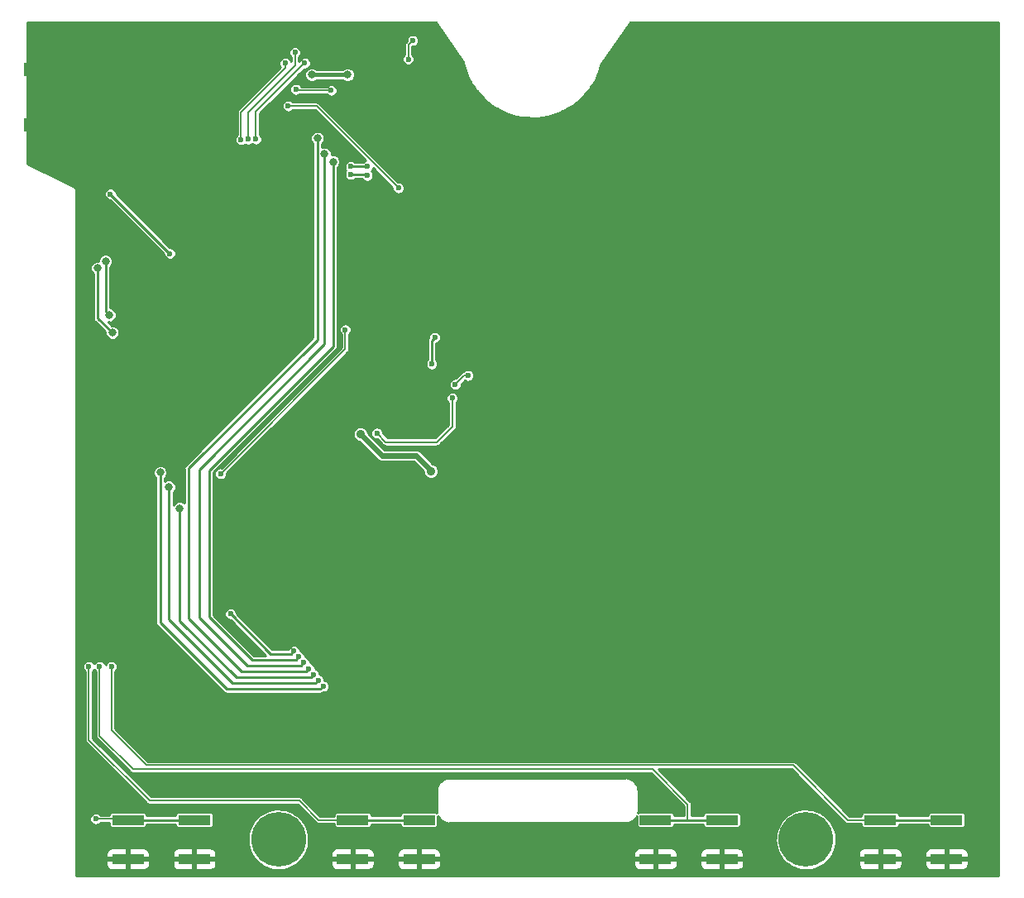
<source format=gbr>
G04 #@! TF.GenerationSoftware,KiCad,Pcbnew,(5.99.0-263-g133772e96)*
G04 #@! TF.CreationDate,2019-11-01T12:35:40+01:00*
G04 #@! TF.ProjectId,pocasicko,706f6361-7369-4636-9b6f-2e6b69636164,1*
G04 #@! TF.SameCoordinates,Original*
G04 #@! TF.FileFunction,Copper,L1,Top*
G04 #@! TF.FilePolarity,Positive*
%FSLAX46Y46*%
G04 Gerber Fmt 4.6, Leading zero omitted, Abs format (unit mm)*
G04 Created by KiCad (PCBNEW (5.99.0-263-g133772e96)) date 2019-11-01 12:35:40*
%MOMM*%
%LPD*%
G04 APERTURE LIST*
%ADD10R,4.200000X1.350000*%
%ADD11C,5.600000*%
%ADD12R,3.200000X1.000000*%
%ADD13C,0.800000*%
%ADD14C,0.600000*%
%ADD15C,0.900000*%
%ADD16C,0.150000*%
%ADD17C,0.250000*%
%ADD18C,0.200000*%
%ADD19C,0.400000*%
%ADD20C,0.600000*%
%ADD21C,0.254000*%
G04 APERTURE END LIST*
D10*
X102100000Y-55175000D03*
X102100000Y-60825000D03*
D11*
X180000000Y-134000000D03*
X126000000Y-134000000D03*
D12*
X194400000Y-136000000D03*
X187600000Y-136000000D03*
X187600000Y-132000000D03*
X194400000Y-132000000D03*
X171400000Y-136000000D03*
X164600000Y-136000000D03*
X164600000Y-132000000D03*
X171400000Y-132000000D03*
X140400000Y-136000000D03*
X133600000Y-136000000D03*
X133600000Y-132000000D03*
X140400000Y-132000000D03*
X117400000Y-136000000D03*
X110600000Y-136000000D03*
X110600000Y-132000000D03*
X117400000Y-132000000D03*
D13*
X144600000Y-56000000D03*
X159200000Y-56500000D03*
X130700000Y-51900000D03*
D14*
X127700000Y-53400000D03*
X141000000Y-52197990D03*
X139745066Y-52197990D03*
D13*
X131488199Y-53802010D03*
X138500000Y-51900000D03*
X128600000Y-51000000D03*
D14*
X126700000Y-54500000D03*
X128700000Y-54500000D03*
X123700000Y-62300000D03*
X122900000Y-62300000D03*
X122173702Y-62332224D03*
X120000000Y-61943968D03*
D13*
X109000000Y-82100000D03*
D14*
X133400000Y-65100000D03*
X135100000Y-66000000D03*
X133400000Y-65900000D03*
X135100000Y-65100000D03*
X147800000Y-92900000D03*
X139200000Y-92500000D03*
X138500000Y-92500000D03*
D15*
X134400000Y-92500000D03*
D14*
X108800000Y-67900000D03*
X114900000Y-74000000D03*
D13*
X132400000Y-114500000D03*
X120000000Y-106600000D03*
X122000000Y-106600000D03*
X124000000Y-106600000D03*
X126000000Y-106600000D03*
X130000000Y-106600000D03*
X132000000Y-106600000D03*
X134000000Y-106600000D03*
X136000000Y-106600000D03*
D15*
X144900000Y-113000000D03*
X147400000Y-113000000D03*
X144000000Y-116900000D03*
X144100000Y-118200000D03*
X160200000Y-118400000D03*
X152200000Y-112600000D03*
D14*
X167845000Y-67460000D03*
X167900000Y-84000000D03*
X145400000Y-86500000D03*
X141700000Y-85300000D03*
X142000000Y-82600000D03*
X139300000Y-54100000D03*
X136500000Y-81000000D03*
X136300000Y-71200000D03*
X136500000Y-73000000D03*
X129100000Y-73700000D03*
X132900000Y-68400000D03*
D15*
X151600000Y-90100000D03*
D13*
X133100000Y-55700000D03*
X129400000Y-55700000D03*
D14*
X127800000Y-57200000D03*
X120000000Y-59400000D03*
X118000000Y-57200000D03*
X119584902Y-58519469D03*
X118887797Y-57768837D03*
X115621334Y-57000000D03*
X114514000Y-57000000D03*
X113406667Y-57000000D03*
X112299333Y-57000000D03*
X111192000Y-57000000D03*
X110084666Y-57000000D03*
X108977333Y-57000000D03*
X116800000Y-57000000D03*
X107870000Y-57000000D03*
X108891137Y-59000000D03*
X109912275Y-59000000D03*
X110933413Y-59000000D03*
X111954550Y-59000000D03*
X112975688Y-59000000D03*
X113996826Y-59000000D03*
X115017963Y-59000000D03*
X116039101Y-59000000D03*
X117056461Y-59046051D03*
X117892886Y-59595427D03*
X107870000Y-59000000D03*
D13*
X131600000Y-64600000D03*
D14*
X127600000Y-114700000D03*
D13*
X130700000Y-63800000D03*
X130000000Y-62200000D03*
D14*
X129100000Y-116500000D03*
D13*
X114800000Y-97900000D03*
X115900000Y-100100000D03*
D14*
X121100000Y-110900000D03*
X130600000Y-118300000D03*
X130100000Y-117700000D03*
X129600000Y-117100000D03*
X128600000Y-115900000D03*
X128100000Y-115300000D03*
X138300000Y-67300000D03*
X137200000Y-86300000D03*
X137200000Y-85600000D03*
X136500000Y-85600000D03*
X136500000Y-86300000D03*
X135800000Y-85600000D03*
X135800000Y-86300000D03*
X139900000Y-90800000D03*
X139900000Y-91500000D03*
X139900000Y-92200000D03*
X136100000Y-92400000D03*
X141800000Y-91700000D03*
X144100000Y-87400000D03*
X143800000Y-88800000D03*
X131400000Y-57300000D03*
X107300000Y-131900000D03*
X127000000Y-58900000D03*
X106600000Y-116300000D03*
X107700000Y-116300000D03*
X108900000Y-116300000D03*
D13*
X126800000Y-67800000D03*
X129200000Y-67800000D03*
X125600000Y-70900000D03*
X125600000Y-73600000D03*
X122400000Y-70900000D03*
X122400000Y-73600000D03*
D14*
X118700000Y-62000000D03*
X132850000Y-81800000D03*
X120100000Y-96550000D03*
X122900000Y-77800000D03*
X124800000Y-77800000D03*
X126700000Y-77800000D03*
X124500000Y-56000000D03*
D15*
X187500000Y-120900000D03*
X194600000Y-120900000D03*
X191000000Y-124400000D03*
X191000000Y-130800000D03*
X191000000Y-137200000D03*
X188800000Y-134300000D03*
X193100000Y-134300000D03*
D13*
X108300000Y-74800000D03*
X108700000Y-80300000D03*
X107500000Y-75500000D03*
D15*
X141602442Y-96279021D03*
D13*
X113900000Y-96429021D03*
D14*
X106900000Y-56700000D03*
X106100000Y-56200000D03*
X105200000Y-55700000D03*
X104800000Y-54900000D03*
X104500000Y-54000000D03*
X103700000Y-54000000D03*
X102900000Y-54000000D03*
X102100000Y-54000000D03*
X101300000Y-54000000D03*
X100500000Y-54000000D03*
X102100000Y-62000000D03*
X102900000Y-62000000D03*
X101300000Y-62000000D03*
X100500000Y-62000000D03*
X106100000Y-59800000D03*
X103700000Y-62000000D03*
X105200000Y-60300000D03*
X107000000Y-59300000D03*
X104800000Y-61100000D03*
X104500000Y-62000000D03*
D13*
X122100000Y-88200000D03*
X119300000Y-89400000D03*
X117800000Y-83800000D03*
X117100000Y-78200000D03*
X111000000Y-78000000D03*
X110400000Y-75500000D03*
X111900000Y-74000000D03*
X108200000Y-72500000D03*
X109800000Y-70900000D03*
X112300000Y-68800000D03*
X110500000Y-91100000D03*
X114000000Y-94200000D03*
X118000000Y-92400000D03*
X117000000Y-94000000D03*
X127400000Y-92300000D03*
X130100000Y-94200000D03*
X124600000Y-94200000D03*
X115600000Y-96400000D03*
X115900000Y-98900000D03*
X113000000Y-98800000D03*
X112700000Y-97100000D03*
X108600000Y-93900000D03*
X107700000Y-95600000D03*
X112700000Y-101400000D03*
X110000000Y-116100000D03*
X109000000Y-110700000D03*
X108700000Y-102700000D03*
X105700000Y-117400000D03*
X105700000Y-121000000D03*
X105900000Y-126900000D03*
X105600000Y-108600000D03*
X105600000Y-99700000D03*
X105600000Y-89600000D03*
X105600000Y-78000000D03*
X105700000Y-70800000D03*
X107600000Y-69100000D03*
X111900000Y-61200000D03*
X108900000Y-64500000D03*
X102300000Y-64100000D03*
X107500000Y-61900000D03*
X105300000Y-66200000D03*
X100900000Y-50800000D03*
X100900000Y-52900000D03*
X103700000Y-51700000D03*
X116300000Y-51000000D03*
X109600000Y-51000000D03*
X116500000Y-55600000D03*
X109600000Y-55800000D03*
X126100000Y-50900000D03*
X137600000Y-54300000D03*
X134700000Y-54300000D03*
X135400000Y-56500000D03*
X133200000Y-57400000D03*
X130900000Y-58300000D03*
X133100000Y-60000000D03*
X129800000Y-60500000D03*
X132900000Y-63900000D03*
X132600000Y-69100000D03*
X127100000Y-83700000D03*
X124700000Y-83700000D03*
X129800000Y-88400000D03*
X127200000Y-80800000D03*
X124700000Y-80800000D03*
X122200000Y-80800000D03*
X134200000Y-89800000D03*
X132600000Y-86700000D03*
X137900000Y-81000000D03*
X135000000Y-83100000D03*
X153800000Y-90400000D03*
X165100000Y-83900000D03*
X159500000Y-89900000D03*
X154100000Y-95300000D03*
X146200000Y-96800000D03*
X156300000Y-87500000D03*
X159700000Y-84000000D03*
X163500000Y-80200000D03*
X172700000Y-76900000D03*
X165500000Y-76800000D03*
X172700000Y-86600000D03*
X165300000Y-86900000D03*
X173100000Y-74600000D03*
X165400000Y-74600000D03*
X172700000Y-59600000D03*
X164300000Y-59400000D03*
X162900000Y-66600000D03*
X162700000Y-70800000D03*
X142200000Y-66200000D03*
X135600000Y-67400000D03*
X138300000Y-71300000D03*
X137100000Y-77100000D03*
X142700000Y-71300000D03*
X140500000Y-71400000D03*
X140200000Y-82700000D03*
X135900000Y-60700000D03*
X142000000Y-57400000D03*
X169000000Y-51100000D03*
X144400000Y-82500000D03*
X145100000Y-70300000D03*
X145200000Y-78000000D03*
X122000000Y-104800000D03*
X120000000Y-104800000D03*
X124000000Y-104700000D03*
X126000000Y-104700000D03*
D14*
X130000000Y-105800000D03*
D13*
X138000000Y-106000000D03*
X133500000Y-114500000D03*
X126400000Y-114000000D03*
X129700000Y-119500000D03*
X143900000Y-119800000D03*
X137600000Y-118000000D03*
X133400000Y-119000000D03*
X138100000Y-111700000D03*
X122900000Y-111400000D03*
X125300000Y-120000000D03*
X127200000Y-121800000D03*
X130900000Y-123400000D03*
X136400000Y-123600000D03*
X142600000Y-123700000D03*
X149700000Y-123800000D03*
X154100000Y-122200000D03*
X149400000Y-120700000D03*
X152600000Y-115100000D03*
X162600000Y-109200000D03*
X163000000Y-115900000D03*
X154800000Y-107100000D03*
X158600000Y-107000000D03*
X163400000Y-112600000D03*
X162000000Y-120900000D03*
X157500000Y-122200000D03*
X149300000Y-105800000D03*
X146300000Y-105500000D03*
X144800000Y-101500000D03*
X142700000Y-104900000D03*
X139700000Y-108700000D03*
X122500000Y-120400000D03*
X115800000Y-116400000D03*
X112500000Y-116500000D03*
X112400000Y-107000000D03*
X120300000Y-98500000D03*
X139900000Y-96600000D03*
X138400000Y-103400000D03*
X124100000Y-96800000D03*
X121000000Y-136900000D03*
X106300000Y-136800000D03*
X129800000Y-136800000D03*
X144600000Y-136600000D03*
X152200000Y-136800000D03*
X161000000Y-136800000D03*
X175800000Y-136600000D03*
X183700000Y-136800000D03*
X198200000Y-136600000D03*
X198600000Y-51200000D03*
X198400000Y-63200000D03*
X198600000Y-82500000D03*
X198700000Y-105600000D03*
X181400000Y-112000000D03*
X181800000Y-82900000D03*
X186400000Y-67900000D03*
X154500000Y-80400000D03*
X174200000Y-119500000D03*
X176900000Y-128300000D03*
X170000000Y-128300000D03*
X130500000Y-130000000D03*
X140400000Y-128500000D03*
X117200000Y-128800000D03*
X164000000Y-129600000D03*
X116300000Y-124000000D03*
D16*
X127700000Y-53824264D02*
X127700000Y-53400000D01*
X127700000Y-54724264D02*
X127700000Y-53824264D01*
X122900000Y-59524264D02*
X127700000Y-54724264D01*
X122900000Y-62300000D02*
X122900000Y-59524264D01*
X139300000Y-52643056D02*
X139745066Y-52197990D01*
X139300000Y-54100000D02*
X139300000Y-52643056D01*
X126700000Y-55000000D02*
X126700000Y-54500000D01*
X122173702Y-59526298D02*
X126700000Y-55000000D01*
X122173702Y-62332224D02*
X122173702Y-59526298D01*
X123700000Y-59500000D02*
X128700000Y-54500000D01*
X123700000Y-62300000D02*
X123700000Y-59500000D01*
D17*
X107500000Y-80600000D02*
X109000000Y-82100000D01*
X107500000Y-75500000D02*
X107500000Y-80600000D01*
X135100000Y-65100000D02*
X133400000Y-65100000D01*
X135000000Y-65900000D02*
X135100000Y-66000000D01*
X133400000Y-65900000D02*
X135000000Y-65900000D01*
X114900000Y-74000000D02*
X108800000Y-67900000D01*
D18*
X144100000Y-87400000D02*
X145000000Y-86500000D01*
X145000000Y-86500000D02*
X145400000Y-86500000D01*
D17*
X141700000Y-82900000D02*
X141700000Y-85300000D01*
X142000000Y-82600000D02*
X141700000Y-82900000D01*
D19*
X129400000Y-55700000D02*
X133100000Y-55700000D01*
D16*
X131400000Y-57300000D02*
X127900000Y-57300000D01*
X127900000Y-57300000D02*
X127800000Y-57200000D01*
D17*
X130700000Y-83300000D02*
X130700000Y-64365685D01*
X116800000Y-96000000D02*
X130000000Y-82800000D01*
X128600000Y-115900000D02*
X128300001Y-116199999D01*
X116800000Y-111400000D02*
X116800000Y-96000000D01*
X128300001Y-116199999D02*
X122799999Y-116199999D01*
X130700000Y-64365685D02*
X130700000Y-63800000D01*
X122200000Y-116800000D02*
X116800000Y-111400000D01*
X128800001Y-116799999D02*
X122200000Y-116800000D01*
X117900000Y-96100000D02*
X130700000Y-83300000D01*
X117900000Y-111300000D02*
X117900000Y-96100000D01*
X129100000Y-116500000D02*
X128800001Y-116799999D01*
X130000000Y-73400000D02*
X130000000Y-62200000D01*
X130000000Y-82800000D02*
X130000000Y-73400000D01*
X122799999Y-116199999D02*
X117900000Y-111300000D01*
X131600000Y-83500000D02*
X131600000Y-76300000D01*
X118900000Y-111200000D02*
X118900000Y-96200000D01*
X123300000Y-115600000D02*
X118900000Y-111200000D01*
X128100000Y-115300000D02*
X127800000Y-115600000D01*
X118900000Y-96200000D02*
X131600000Y-83500000D01*
X127800000Y-115600000D02*
X123300000Y-115600000D01*
X131600000Y-76300000D02*
X131600000Y-64600000D01*
X127300000Y-115000000D02*
X127600000Y-114700000D01*
X125200000Y-115000000D02*
X127300000Y-115000000D01*
X121100000Y-110900000D02*
X125200000Y-115000000D01*
X114800000Y-111500000D02*
X121300000Y-118000000D01*
X114800000Y-97900000D02*
X114800000Y-111500000D01*
X121300000Y-118000000D02*
X129800001Y-117999999D01*
X129800001Y-117999999D02*
X130100000Y-117700000D01*
X129300000Y-117400000D02*
X121700000Y-117400000D01*
X121700000Y-117400000D02*
X115900000Y-111600000D01*
X115900000Y-111600000D02*
X115900000Y-100665685D01*
X115900000Y-100665685D02*
X115900000Y-100100000D01*
X129600000Y-117100000D02*
X129300000Y-117400000D01*
D18*
X136100000Y-92400000D02*
X137000000Y-93300000D01*
X143800000Y-91700000D02*
X143800000Y-89224264D01*
X143800000Y-89224264D02*
X143800000Y-88800000D01*
X142200000Y-93300000D02*
X143800000Y-91700000D01*
X137000000Y-93300000D02*
X142200000Y-93300000D01*
D16*
X110500000Y-131900000D02*
X110600000Y-132000000D01*
X107300000Y-131900000D02*
X110500000Y-131900000D01*
X138300000Y-67300000D02*
X129900000Y-58900000D01*
X127424264Y-58900000D02*
X127000000Y-58900000D01*
X129900000Y-58900000D02*
X127424264Y-58900000D01*
X106600000Y-123800000D02*
X106600000Y-116300000D01*
X112800000Y-130000000D02*
X106600000Y-123800000D01*
X133600000Y-132000000D02*
X130121481Y-132000000D01*
X128121481Y-130000000D02*
X112800000Y-130000000D01*
X130121481Y-132000000D02*
X128121481Y-130000000D01*
X108900000Y-116300000D02*
X108900000Y-122800000D01*
X108900000Y-122800000D02*
X112500000Y-126400000D01*
X112500000Y-126400000D02*
X178700000Y-126400000D01*
X184300000Y-132000000D02*
X187600000Y-132000000D01*
X178700000Y-126400000D02*
X184300000Y-132000000D01*
X132850000Y-81800000D02*
X132850000Y-82224264D01*
X132850000Y-82224264D02*
X132850000Y-83450000D01*
X132850000Y-82224264D02*
X132850000Y-83800000D01*
X132850000Y-83800000D02*
X120100000Y-96550000D01*
D17*
X194400000Y-132000000D02*
X187600000Y-132000000D01*
X171400000Y-132000000D02*
X164600000Y-132000000D01*
X138550000Y-132000000D02*
X133600000Y-132000000D01*
X140400000Y-132000000D02*
X138550000Y-132000000D01*
X117400000Y-132000000D02*
X110600000Y-132000000D01*
X108300000Y-74800000D02*
X108300001Y-79900001D01*
X108300001Y-79900001D02*
X108700000Y-80300000D01*
X130300000Y-118600000D02*
X120700000Y-118600000D01*
X120700000Y-118600000D02*
X113900000Y-111800000D01*
X113900000Y-111800000D02*
X113900000Y-96994706D01*
X113900000Y-96994706D02*
X113900000Y-96429021D01*
X130600000Y-118300000D02*
X130300000Y-118600000D01*
D20*
X141602442Y-96202442D02*
X141602442Y-96279021D01*
X140100000Y-94700000D02*
X141602442Y-96202442D01*
X134400000Y-92500000D02*
X136600000Y-94700000D01*
X136600000Y-94700000D02*
X140100000Y-94700000D01*
D16*
X107700000Y-123400000D02*
X111100000Y-126800000D01*
X107700000Y-116300000D02*
X107700000Y-123400000D01*
X111100000Y-126800000D02*
X164300000Y-126800000D01*
X164300000Y-126800000D02*
X167900000Y-130400000D01*
X167900000Y-132000000D02*
X164600000Y-132000000D01*
X167900000Y-130400000D02*
X167900000Y-132000000D01*
G36*
X144924519Y-54384097D02*
G01*
X144934031Y-54437229D01*
X144934058Y-54438272D01*
X144934586Y-54440332D01*
X144934927Y-54442235D01*
X144935299Y-54443112D01*
X144937700Y-54452473D01*
X145069180Y-54962707D01*
X145069291Y-54963798D01*
X145069999Y-54965886D01*
X145070447Y-54967623D01*
X145070860Y-54968424D01*
X145074001Y-54977681D01*
X145243350Y-55476567D01*
X145243545Y-55477660D01*
X145244416Y-55479707D01*
X145244980Y-55481368D01*
X145245444Y-55482122D01*
X145249284Y-55491145D01*
X145249283Y-55491145D01*
X145455556Y-55975918D01*
X145455852Y-55977071D01*
X145456933Y-55979155D01*
X145457543Y-55980588D01*
X145458015Y-55981240D01*
X145462641Y-55990156D01*
X145704605Y-56457952D01*
X145704991Y-56459092D01*
X145706236Y-56461106D01*
X145706939Y-56462464D01*
X145707452Y-56463071D01*
X145712654Y-56471483D01*
X145989093Y-56919951D01*
X145989568Y-56921069D01*
X145990974Y-56923002D01*
X145991762Y-56924280D01*
X145992309Y-56924836D01*
X145998252Y-56933006D01*
X146307427Y-57359331D01*
X146307930Y-57360305D01*
X146309356Y-57361990D01*
X146310408Y-57363441D01*
X146311085Y-57364033D01*
X146317399Y-57371496D01*
X146657804Y-57773597D01*
X146658386Y-57774543D01*
X146659951Y-57776133D01*
X146661088Y-57777476D01*
X146661797Y-57778008D01*
X146668670Y-57784991D01*
X147038264Y-58160437D01*
X147038842Y-58161235D01*
X147040366Y-58162572D01*
X147041818Y-58164047D01*
X147042665Y-58164589D01*
X147049858Y-58170899D01*
X147446647Y-58517650D01*
X147447303Y-58518426D01*
X147448966Y-58519676D01*
X147450474Y-58520994D01*
X147451337Y-58521459D01*
X147459021Y-58527235D01*
X147880671Y-58843244D01*
X147881426Y-58844012D01*
X147883260Y-58845184D01*
X147884729Y-58846285D01*
X147885566Y-58846658D01*
X147893775Y-58851904D01*
X148337885Y-59135378D01*
X148338693Y-59136085D01*
X148340603Y-59137112D01*
X148342161Y-59138107D01*
X148343030Y-59138418D01*
X148351603Y-59143030D01*
X148815719Y-59392409D01*
X148816634Y-59393096D01*
X148818715Y-59394019D01*
X148820180Y-59394806D01*
X148820998Y-59395031D01*
X148830069Y-59399054D01*
X149311467Y-59612883D01*
X149312450Y-59613512D01*
X149314629Y-59614288D01*
X149316104Y-59614943D01*
X149316918Y-59615103D01*
X149326207Y-59618410D01*
X149822355Y-59795569D01*
X149823292Y-59796073D01*
X149825371Y-59796645D01*
X149827137Y-59797276D01*
X149828062Y-59797386D01*
X149837424Y-59799964D01*
X150345513Y-59939438D01*
X150346452Y-59939856D01*
X150348509Y-59940260D01*
X150350402Y-59940780D01*
X150351367Y-59940822D01*
X150360833Y-59942683D01*
X150877983Y-60043676D01*
X150879026Y-60044049D01*
X150881230Y-60044310D01*
X150882952Y-60044646D01*
X150883838Y-60044618D01*
X150893576Y-60045770D01*
X150893576Y-60045771D01*
X151416751Y-60107692D01*
X151417881Y-60108003D01*
X151420202Y-60108100D01*
X151421797Y-60108289D01*
X151422617Y-60108201D01*
X151432583Y-60108619D01*
X151958812Y-60131134D01*
X151959991Y-60131365D01*
X151962360Y-60131285D01*
X151963892Y-60131351D01*
X151964673Y-60131208D01*
X151974727Y-60130870D01*
X152501118Y-60113868D01*
X152502335Y-60114013D01*
X152504724Y-60113751D01*
X152506191Y-60113704D01*
X152506932Y-60113510D01*
X152516973Y-60112410D01*
X153040594Y-60055989D01*
X153041716Y-60056038D01*
X153043924Y-60055630D01*
X153045643Y-60055445D01*
X153046471Y-60055160D01*
X153056120Y-60053378D01*
X153574206Y-59957824D01*
X153575303Y-59957790D01*
X153577441Y-59957228D01*
X153579207Y-59956902D01*
X153580034Y-59956546D01*
X153589482Y-59954061D01*
X154098968Y-59819924D01*
X154100120Y-59819801D01*
X154102293Y-59819049D01*
X154103876Y-59818632D01*
X154104619Y-59818244D01*
X154113928Y-59815021D01*
X154611908Y-59643066D01*
X154612999Y-59642866D01*
X154615042Y-59641984D01*
X154616699Y-59641412D01*
X154617449Y-59640945D01*
X154626453Y-59637059D01*
X155110143Y-59428248D01*
X155111207Y-59427969D01*
X155113165Y-59426944D01*
X155114797Y-59426239D01*
X155115519Y-59425711D01*
X155124189Y-59421170D01*
X155590862Y-59176681D01*
X155591831Y-59176347D01*
X155593611Y-59175241D01*
X155595362Y-59174323D01*
X155596099Y-59173693D01*
X155604280Y-59168607D01*
X156051378Y-58889770D01*
X156052278Y-58889382D01*
X156053910Y-58888190D01*
X156055681Y-58887086D01*
X156056398Y-58886374D01*
X156064114Y-58880741D01*
X156489077Y-58569145D01*
X156489973Y-58568677D01*
X156491549Y-58567333D01*
X156493173Y-58566142D01*
X156493818Y-58565397D01*
X156501127Y-58559163D01*
X156901505Y-58216603D01*
X156902485Y-58215993D01*
X156904111Y-58214373D01*
X156905362Y-58213303D01*
X156905863Y-58212628D01*
X156912900Y-58205619D01*
X157286334Y-57834134D01*
X157287273Y-57833447D01*
X157288784Y-57831697D01*
X157289941Y-57830546D01*
X157290387Y-57829841D01*
X157296826Y-57822383D01*
X157641418Y-57423872D01*
X157642234Y-57423175D01*
X157643527Y-57421433D01*
X157644734Y-57420037D01*
X157645166Y-57419225D01*
X157650969Y-57411406D01*
X157964737Y-56988146D01*
X157965539Y-56987349D01*
X157966741Y-56985442D01*
X157967750Y-56984081D01*
X157968097Y-56983292D01*
X157973339Y-56974975D01*
X157973340Y-56974975D01*
X158254463Y-56529421D01*
X158255262Y-56528499D01*
X158256381Y-56526382D01*
X158257172Y-56525128D01*
X158257429Y-56524399D01*
X158262062Y-56515631D01*
X158508990Y-56050249D01*
X158509616Y-56049406D01*
X158510473Y-56047453D01*
X158511368Y-56045767D01*
X158511614Y-56044854D01*
X158515508Y-56035985D01*
X158726871Y-55553342D01*
X158727435Y-55552450D01*
X158728145Y-55550432D01*
X158728904Y-55548700D01*
X158729080Y-55547778D01*
X158732302Y-55538626D01*
X158906878Y-55041509D01*
X158907380Y-55040564D01*
X158907944Y-55038472D01*
X158908560Y-55036718D01*
X158908665Y-55035799D01*
X158911196Y-55026410D01*
X159026132Y-54598950D01*
X161996354Y-50326000D01*
X199674000Y-50326000D01*
X199674001Y-137674000D01*
X105326000Y-137674000D01*
X105326000Y-136128000D01*
X108358163Y-136128000D01*
X108358163Y-136516588D01*
X108438795Y-136817512D01*
X108586185Y-136993165D01*
X108779814Y-137104956D01*
X108988976Y-137141837D01*
X110472000Y-137141837D01*
X110472000Y-136128000D01*
X110728000Y-136128000D01*
X110728000Y-137141837D01*
X112216588Y-137141837D01*
X112517512Y-137061205D01*
X112693165Y-136913815D01*
X112804956Y-136720186D01*
X112841837Y-136511024D01*
X112841837Y-136128000D01*
X115158163Y-136128000D01*
X115158163Y-136516588D01*
X115238795Y-136817512D01*
X115386185Y-136993165D01*
X115579814Y-137104956D01*
X115788976Y-137141837D01*
X117272000Y-137141837D01*
X117272000Y-136128000D01*
X117528000Y-136128000D01*
X117528000Y-137141837D01*
X119016588Y-137141837D01*
X119317512Y-137061205D01*
X119493165Y-136913815D01*
X119604956Y-136720186D01*
X119641837Y-136511024D01*
X119641837Y-136128000D01*
X117528000Y-136128000D01*
X117272000Y-136128000D01*
X115158163Y-136128000D01*
X112841837Y-136128000D01*
X110728000Y-136128000D01*
X110472000Y-136128000D01*
X108358163Y-136128000D01*
X105326000Y-136128000D01*
X105326000Y-135488976D01*
X108358163Y-135488976D01*
X108358163Y-135872000D01*
X110472000Y-135872000D01*
X110472000Y-134858163D01*
X110728000Y-134858163D01*
X110728000Y-135872000D01*
X112841837Y-135872000D01*
X112841837Y-135488976D01*
X115158163Y-135488976D01*
X115158163Y-135872000D01*
X117272000Y-135872000D01*
X117272000Y-134858163D01*
X117528000Y-134858163D01*
X117528000Y-135872000D01*
X119641837Y-135872000D01*
X119641837Y-135483412D01*
X119561205Y-135182489D01*
X119413815Y-135006835D01*
X119220186Y-134895044D01*
X119011024Y-134858163D01*
X117528000Y-134858163D01*
X117272000Y-134858163D01*
X115783412Y-134858163D01*
X115482489Y-134938795D01*
X115306835Y-135086185D01*
X115195044Y-135279814D01*
X115158163Y-135488976D01*
X112841837Y-135488976D01*
X112841837Y-135483412D01*
X112761205Y-135182489D01*
X112613815Y-135006835D01*
X112420186Y-134895044D01*
X112211024Y-134858163D01*
X110728000Y-134858163D01*
X110472000Y-134858163D01*
X108983412Y-134858163D01*
X108682489Y-134938795D01*
X108506835Y-135086185D01*
X108395044Y-135279814D01*
X108358163Y-135488976D01*
X105326000Y-135488976D01*
X105326000Y-134081968D01*
X122869780Y-134081968D01*
X122899946Y-134441203D01*
X122971201Y-134794591D01*
X123082602Y-135137446D01*
X123232671Y-135465225D01*
X123419420Y-135773584D01*
X123640372Y-136058435D01*
X123892601Y-136316002D01*
X124172762Y-136542871D01*
X124477141Y-136736037D01*
X124801706Y-136892938D01*
X125142154Y-137011494D01*
X125493971Y-137090134D01*
X125852496Y-137127817D01*
X126212976Y-137124042D01*
X126570633Y-137078860D01*
X126920727Y-136992868D01*
X127258617Y-136867208D01*
X127579824Y-136703545D01*
X127880092Y-136504048D01*
X128155440Y-136271360D01*
X128290063Y-136128000D01*
X131358163Y-136128000D01*
X131358163Y-136516588D01*
X131438795Y-136817512D01*
X131586185Y-136993165D01*
X131779814Y-137104956D01*
X131988976Y-137141837D01*
X133472000Y-137141837D01*
X133472000Y-136128000D01*
X133728000Y-136128000D01*
X133728000Y-137141837D01*
X135216588Y-137141837D01*
X135517512Y-137061205D01*
X135693165Y-136913815D01*
X135804956Y-136720186D01*
X135841837Y-136511024D01*
X135841837Y-136128000D01*
X138158163Y-136128000D01*
X138158163Y-136516588D01*
X138238795Y-136817512D01*
X138386185Y-136993165D01*
X138579814Y-137104956D01*
X138788976Y-137141837D01*
X140272000Y-137141837D01*
X140272000Y-136128000D01*
X140528000Y-136128000D01*
X140528000Y-137141837D01*
X142016588Y-137141837D01*
X142317512Y-137061205D01*
X142493165Y-136913815D01*
X142604956Y-136720186D01*
X142641837Y-136511024D01*
X142641837Y-136128000D01*
X162358163Y-136128000D01*
X162358163Y-136516588D01*
X162438795Y-136817512D01*
X162586185Y-136993165D01*
X162779814Y-137104956D01*
X162988976Y-137141837D01*
X164472000Y-137141837D01*
X164472000Y-136128000D01*
X164728000Y-136128000D01*
X164728000Y-137141837D01*
X166216588Y-137141837D01*
X166517512Y-137061205D01*
X166693165Y-136913815D01*
X166804956Y-136720186D01*
X166841837Y-136511024D01*
X166841837Y-136128000D01*
X169158163Y-136128000D01*
X169158163Y-136516588D01*
X169238795Y-136817512D01*
X169386185Y-136993165D01*
X169579814Y-137104956D01*
X169788976Y-137141837D01*
X171272000Y-137141837D01*
X171272000Y-136128000D01*
X171528000Y-136128000D01*
X171528000Y-137141837D01*
X173016588Y-137141837D01*
X173317512Y-137061205D01*
X173493165Y-136913815D01*
X173604956Y-136720186D01*
X173641837Y-136511024D01*
X173641837Y-136128000D01*
X171528000Y-136128000D01*
X171272000Y-136128000D01*
X169158163Y-136128000D01*
X166841837Y-136128000D01*
X164728000Y-136128000D01*
X164472000Y-136128000D01*
X162358163Y-136128000D01*
X142641837Y-136128000D01*
X140528000Y-136128000D01*
X140272000Y-136128000D01*
X138158163Y-136128000D01*
X135841837Y-136128000D01*
X133728000Y-136128000D01*
X133472000Y-136128000D01*
X131358163Y-136128000D01*
X128290063Y-136128000D01*
X128402219Y-136008567D01*
X128617158Y-135719152D01*
X128750049Y-135488976D01*
X131358163Y-135488976D01*
X131358163Y-135872000D01*
X133472000Y-135872000D01*
X133472000Y-134858163D01*
X133728000Y-134858163D01*
X133728000Y-135872000D01*
X135841837Y-135872000D01*
X135841837Y-135488976D01*
X138158163Y-135488976D01*
X138158163Y-135872000D01*
X140272000Y-135872000D01*
X140272000Y-134858163D01*
X140528000Y-134858163D01*
X140528000Y-135872000D01*
X142641837Y-135872000D01*
X142641837Y-135488976D01*
X162358163Y-135488976D01*
X162358163Y-135872000D01*
X164472000Y-135872000D01*
X164472000Y-134858163D01*
X164728000Y-134858163D01*
X164728000Y-135872000D01*
X166841837Y-135872000D01*
X166841837Y-135488976D01*
X169158163Y-135488976D01*
X169158163Y-135872000D01*
X171272000Y-135872000D01*
X171272000Y-134858163D01*
X171528000Y-134858163D01*
X171528000Y-135872000D01*
X173641837Y-135872000D01*
X173641837Y-135483412D01*
X173561205Y-135182489D01*
X173413815Y-135006835D01*
X173220186Y-134895044D01*
X173011024Y-134858163D01*
X171528000Y-134858163D01*
X171272000Y-134858163D01*
X169783412Y-134858163D01*
X169482489Y-134938795D01*
X169306835Y-135086185D01*
X169195044Y-135279814D01*
X169158163Y-135488976D01*
X166841837Y-135488976D01*
X166841837Y-135483412D01*
X166761205Y-135182489D01*
X166613815Y-135006835D01*
X166420186Y-134895044D01*
X166211024Y-134858163D01*
X164728000Y-134858163D01*
X164472000Y-134858163D01*
X162983412Y-134858163D01*
X162682489Y-134938795D01*
X162506835Y-135086185D01*
X162395044Y-135279814D01*
X162358163Y-135488976D01*
X142641837Y-135488976D01*
X142641837Y-135483412D01*
X142561205Y-135182489D01*
X142413815Y-135006835D01*
X142220186Y-134895044D01*
X142011024Y-134858163D01*
X140528000Y-134858163D01*
X140272000Y-134858163D01*
X138783412Y-134858163D01*
X138482489Y-134938795D01*
X138306835Y-135086185D01*
X138195044Y-135279814D01*
X138158163Y-135488976D01*
X135841837Y-135488976D01*
X135841837Y-135483412D01*
X135761205Y-135182489D01*
X135613815Y-135006835D01*
X135420186Y-134895044D01*
X135211024Y-134858163D01*
X133728000Y-134858163D01*
X133472000Y-134858163D01*
X131983412Y-134858163D01*
X131682489Y-134938795D01*
X131506835Y-135086185D01*
X131395044Y-135279814D01*
X131358163Y-135488976D01*
X128750049Y-135488976D01*
X128797408Y-135406949D01*
X128940579Y-135076099D01*
X129044775Y-134730986D01*
X129108966Y-134374227D01*
X129118150Y-134081968D01*
X176869780Y-134081968D01*
X176899946Y-134441203D01*
X176971201Y-134794591D01*
X177082602Y-135137446D01*
X177232671Y-135465225D01*
X177419420Y-135773584D01*
X177640372Y-136058435D01*
X177892601Y-136316002D01*
X178172762Y-136542871D01*
X178477141Y-136736037D01*
X178801706Y-136892938D01*
X179142154Y-137011494D01*
X179493971Y-137090134D01*
X179852496Y-137127817D01*
X180212976Y-137124042D01*
X180570633Y-137078860D01*
X180920727Y-136992868D01*
X181258617Y-136867208D01*
X181579824Y-136703545D01*
X181880092Y-136504048D01*
X182155440Y-136271360D01*
X182290063Y-136128000D01*
X185358163Y-136128000D01*
X185358163Y-136516588D01*
X185438795Y-136817512D01*
X185586185Y-136993165D01*
X185779814Y-137104956D01*
X185988976Y-137141837D01*
X187472000Y-137141837D01*
X187472000Y-136128000D01*
X187728000Y-136128000D01*
X187728000Y-137141837D01*
X189216588Y-137141837D01*
X189517512Y-137061205D01*
X189693165Y-136913815D01*
X189804956Y-136720186D01*
X189841837Y-136511024D01*
X189841837Y-136128000D01*
X192158163Y-136128000D01*
X192158163Y-136516588D01*
X192238795Y-136817512D01*
X192386185Y-136993165D01*
X192579814Y-137104956D01*
X192788976Y-137141837D01*
X194272000Y-137141837D01*
X194272000Y-136128000D01*
X194528000Y-136128000D01*
X194528000Y-137141837D01*
X196016588Y-137141837D01*
X196317512Y-137061205D01*
X196493165Y-136913815D01*
X196604956Y-136720186D01*
X196641837Y-136511024D01*
X196641837Y-136128000D01*
X194528000Y-136128000D01*
X194272000Y-136128000D01*
X192158163Y-136128000D01*
X189841837Y-136128000D01*
X187728000Y-136128000D01*
X187472000Y-136128000D01*
X185358163Y-136128000D01*
X182290063Y-136128000D01*
X182402219Y-136008567D01*
X182617158Y-135719152D01*
X182750049Y-135488976D01*
X185358163Y-135488976D01*
X185358163Y-135872000D01*
X187472000Y-135872000D01*
X187472000Y-134858163D01*
X187728000Y-134858163D01*
X187728000Y-135872000D01*
X189841837Y-135872000D01*
X189841837Y-135488976D01*
X192158163Y-135488976D01*
X192158163Y-135872000D01*
X194272000Y-135872000D01*
X194272000Y-134858163D01*
X194528000Y-134858163D01*
X194528000Y-135872000D01*
X196641837Y-135872000D01*
X196641837Y-135483412D01*
X196561205Y-135182489D01*
X196413815Y-135006835D01*
X196220186Y-134895044D01*
X196011024Y-134858163D01*
X194528000Y-134858163D01*
X194272000Y-134858163D01*
X192783412Y-134858163D01*
X192482489Y-134938795D01*
X192306835Y-135086185D01*
X192195044Y-135279814D01*
X192158163Y-135488976D01*
X189841837Y-135488976D01*
X189841837Y-135483412D01*
X189761205Y-135182489D01*
X189613815Y-135006835D01*
X189420186Y-134895044D01*
X189211024Y-134858163D01*
X187728000Y-134858163D01*
X187472000Y-134858163D01*
X185983412Y-134858163D01*
X185682489Y-134938795D01*
X185506835Y-135086185D01*
X185395044Y-135279814D01*
X185358163Y-135488976D01*
X182750049Y-135488976D01*
X182797408Y-135406949D01*
X182940579Y-135076099D01*
X183044775Y-134730986D01*
X183108966Y-134374227D01*
X183126329Y-133821724D01*
X183084666Y-133461640D01*
X183002346Y-133110665D01*
X182880231Y-132771477D01*
X182719940Y-132448573D01*
X182523598Y-132146233D01*
X182293807Y-131868464D01*
X182033612Y-131618946D01*
X181746463Y-131400988D01*
X181436166Y-131217479D01*
X181106834Y-131070850D01*
X180762830Y-130963046D01*
X180408716Y-130895495D01*
X180049185Y-130869093D01*
X179689001Y-130884189D01*
X179332940Y-130940584D01*
X178985720Y-131037529D01*
X178651944Y-131173740D01*
X178336036Y-131347412D01*
X178042182Y-131556243D01*
X177774279Y-131797465D01*
X177535875Y-132067879D01*
X177330134Y-132363904D01*
X177159780Y-132681613D01*
X177027071Y-133016797D01*
X176933766Y-133365013D01*
X176881103Y-133721646D01*
X176869780Y-134081968D01*
X129118150Y-134081968D01*
X129126329Y-133821724D01*
X129084666Y-133461640D01*
X129002346Y-133110665D01*
X128880231Y-132771477D01*
X128719940Y-132448573D01*
X128523598Y-132146233D01*
X128293807Y-131868464D01*
X128033612Y-131618946D01*
X127746463Y-131400988D01*
X127436166Y-131217479D01*
X127106834Y-131070850D01*
X126762830Y-130963046D01*
X126408716Y-130895495D01*
X126049185Y-130869093D01*
X125689001Y-130884189D01*
X125332940Y-130940584D01*
X124985720Y-131037529D01*
X124651944Y-131173740D01*
X124336036Y-131347412D01*
X124042182Y-131556243D01*
X123774279Y-131797465D01*
X123535875Y-132067879D01*
X123330134Y-132363904D01*
X123159780Y-132681613D01*
X123027071Y-133016797D01*
X122933766Y-133365013D01*
X122881103Y-133721646D01*
X122869780Y-134081968D01*
X105326000Y-134081968D01*
X105326000Y-131789620D01*
X106674000Y-131789620D01*
X106674000Y-132010380D01*
X106749505Y-132217828D01*
X106891407Y-132386942D01*
X107082593Y-132497322D01*
X107300000Y-132535657D01*
X107517407Y-132497322D01*
X107708593Y-132386942D01*
X107780706Y-132301000D01*
X108670082Y-132301000D01*
X108670082Y-132512410D01*
X108692914Y-132627199D01*
X108764967Y-132735033D01*
X108872801Y-132807086D01*
X108987590Y-132829918D01*
X112212410Y-132829918D01*
X112327199Y-132807086D01*
X112435033Y-132735033D01*
X112507086Y-132627199D01*
X112529918Y-132512410D01*
X112529918Y-132451000D01*
X115470082Y-132451000D01*
X115470082Y-132512410D01*
X115492914Y-132627199D01*
X115564967Y-132735033D01*
X115672801Y-132807086D01*
X115787590Y-132829918D01*
X119012410Y-132829918D01*
X119127199Y-132807086D01*
X119235033Y-132735033D01*
X119307086Y-132627199D01*
X119329918Y-132512410D01*
X119329918Y-131487590D01*
X119307086Y-131372801D01*
X119235033Y-131264967D01*
X119127199Y-131192914D01*
X119012410Y-131170082D01*
X115787590Y-131170082D01*
X115672801Y-131192914D01*
X115564967Y-131264967D01*
X115492914Y-131372801D01*
X115470082Y-131487590D01*
X115470082Y-131549000D01*
X112529918Y-131549000D01*
X112529918Y-131487590D01*
X112507086Y-131372801D01*
X112435033Y-131264967D01*
X112327199Y-131192914D01*
X112212410Y-131170082D01*
X108987590Y-131170082D01*
X108872801Y-131192914D01*
X108764967Y-131264967D01*
X108692914Y-131372801D01*
X108670082Y-131487590D01*
X108670082Y-131499000D01*
X107780706Y-131499000D01*
X107708593Y-131413058D01*
X107517407Y-131302678D01*
X107300000Y-131264343D01*
X107082593Y-131302678D01*
X106891407Y-131413058D01*
X106749505Y-131582172D01*
X106674000Y-131789620D01*
X105326000Y-131789620D01*
X105326000Y-116189620D01*
X105974000Y-116189620D01*
X105974000Y-116410380D01*
X106049505Y-116617828D01*
X106191407Y-116786942D01*
X106199001Y-116791326D01*
X106199000Y-123761805D01*
X106185990Y-123830000D01*
X106204734Y-123872097D01*
X106234020Y-123991328D01*
X106282100Y-124045866D01*
X106284774Y-124051872D01*
X106306909Y-124074006D01*
X106364310Y-124139115D01*
X106376820Y-124143917D01*
X112489439Y-130256538D01*
X112528464Y-130313962D01*
X112571485Y-130330476D01*
X112676503Y-130394076D01*
X112749064Y-130398641D01*
X112755208Y-130401000D01*
X112786553Y-130401000D01*
X112873132Y-130406448D01*
X112885368Y-130401000D01*
X127955383Y-130401000D01*
X129810922Y-132256541D01*
X129849945Y-132313962D01*
X129892966Y-132330476D01*
X129997984Y-132394076D01*
X130070545Y-132398641D01*
X130076689Y-132401000D01*
X130108034Y-132401000D01*
X130194613Y-132406448D01*
X130206849Y-132401000D01*
X131670082Y-132401000D01*
X131670082Y-132512410D01*
X131692914Y-132627199D01*
X131764967Y-132735033D01*
X131872801Y-132807086D01*
X131987590Y-132829918D01*
X135212410Y-132829918D01*
X135327199Y-132807086D01*
X135435033Y-132735033D01*
X135507086Y-132627199D01*
X135529918Y-132512410D01*
X135529918Y-132451000D01*
X138470082Y-132451000D01*
X138470082Y-132512410D01*
X138492914Y-132627199D01*
X138564967Y-132735033D01*
X138672801Y-132807086D01*
X138787590Y-132829918D01*
X142012410Y-132829918D01*
X142127199Y-132807086D01*
X142235033Y-132735033D01*
X142307086Y-132627199D01*
X142329918Y-132512410D01*
X142329918Y-131625490D01*
X142361096Y-131688852D01*
X142373194Y-131703765D01*
X142381341Y-131721357D01*
X142390297Y-131732878D01*
X142522870Y-131903791D01*
X142537723Y-131915969D01*
X142549141Y-131931429D01*
X142560255Y-131940984D01*
X142724559Y-132081809D01*
X142741554Y-132090751D01*
X142755983Y-132103720D01*
X142768879Y-132110848D01*
X142768879Y-132110847D01*
X142957927Y-132215638D01*
X142976372Y-132220979D01*
X142993070Y-132230757D01*
X143007089Y-132235143D01*
X143213436Y-132299808D01*
X143232581Y-132301332D01*
X143250902Y-132307551D01*
X143265514Y-132309029D01*
X143480652Y-132330882D01*
X143520125Y-132326000D01*
X161475591Y-132326000D01*
X161510884Y-132331306D01*
X161525406Y-132330167D01*
X161692537Y-132317306D01*
X161707010Y-132312813D01*
X161722251Y-132312373D01*
X161736436Y-132308684D01*
X161945773Y-132254156D01*
X161962820Y-132245301D01*
X161981629Y-132240872D01*
X161994774Y-132234403D01*
X162188852Y-132138904D01*
X162203765Y-132126806D01*
X162221357Y-132118659D01*
X162232878Y-132109703D01*
X162403791Y-131977130D01*
X162415969Y-131962277D01*
X162431429Y-131950859D01*
X162440984Y-131939745D01*
X162581809Y-131775441D01*
X162590751Y-131758446D01*
X162603720Y-131744017D01*
X162610848Y-131731121D01*
X162610847Y-131731121D01*
X162670082Y-131624258D01*
X162670082Y-132512410D01*
X162692914Y-132627199D01*
X162764967Y-132735033D01*
X162872801Y-132807086D01*
X162987590Y-132829918D01*
X166212410Y-132829918D01*
X166327199Y-132807086D01*
X166435033Y-132735033D01*
X166507086Y-132627199D01*
X166529918Y-132512410D01*
X166529918Y-132451000D01*
X169470082Y-132451000D01*
X169470082Y-132512410D01*
X169492914Y-132627199D01*
X169564967Y-132735033D01*
X169672801Y-132807086D01*
X169787590Y-132829918D01*
X173012410Y-132829918D01*
X173127199Y-132807086D01*
X173235033Y-132735033D01*
X173307086Y-132627199D01*
X173329918Y-132512410D01*
X173329918Y-131487590D01*
X173307086Y-131372801D01*
X173235033Y-131264967D01*
X173127199Y-131192914D01*
X173012410Y-131170082D01*
X169787590Y-131170082D01*
X169672801Y-131192914D01*
X169564967Y-131264967D01*
X169492914Y-131372801D01*
X169470082Y-131487590D01*
X169470082Y-131549000D01*
X168301000Y-131549000D01*
X168301000Y-130438195D01*
X168314010Y-130370000D01*
X168295267Y-130327905D01*
X168265980Y-130208671D01*
X168217892Y-130154125D01*
X168215217Y-130148118D01*
X168193079Y-130125980D01*
X168135692Y-130060887D01*
X168123183Y-130056085D01*
X164868098Y-126801000D01*
X178533903Y-126801000D01*
X183989439Y-132256538D01*
X184028464Y-132313962D01*
X184071485Y-132330476D01*
X184176503Y-132394076D01*
X184249064Y-132398641D01*
X184255208Y-132401000D01*
X184286553Y-132401000D01*
X184373132Y-132406448D01*
X184385368Y-132401000D01*
X185670082Y-132401000D01*
X185670082Y-132512410D01*
X185692914Y-132627199D01*
X185764967Y-132735033D01*
X185872801Y-132807086D01*
X185987590Y-132829918D01*
X189212410Y-132829918D01*
X189327199Y-132807086D01*
X189435033Y-132735033D01*
X189507086Y-132627199D01*
X189529918Y-132512410D01*
X189529918Y-132451000D01*
X192470082Y-132451000D01*
X192470082Y-132512410D01*
X192492914Y-132627199D01*
X192564967Y-132735033D01*
X192672801Y-132807086D01*
X192787590Y-132829918D01*
X196012410Y-132829918D01*
X196127199Y-132807086D01*
X196235033Y-132735033D01*
X196307086Y-132627199D01*
X196329918Y-132512410D01*
X196329918Y-131487590D01*
X196307086Y-131372801D01*
X196235033Y-131264967D01*
X196127199Y-131192914D01*
X196012410Y-131170082D01*
X192787590Y-131170082D01*
X192672801Y-131192914D01*
X192564967Y-131264967D01*
X192492914Y-131372801D01*
X192470082Y-131487590D01*
X192470082Y-131549000D01*
X189529918Y-131549000D01*
X189529918Y-131487590D01*
X189507086Y-131372801D01*
X189435033Y-131264967D01*
X189327199Y-131192914D01*
X189212410Y-131170082D01*
X185987590Y-131170082D01*
X185872801Y-131192914D01*
X185764967Y-131264967D01*
X185692914Y-131372801D01*
X185670082Y-131487590D01*
X185670082Y-131599000D01*
X184466098Y-131599000D01*
X179010563Y-126143465D01*
X178971536Y-126086039D01*
X178928513Y-126069524D01*
X178823496Y-126005924D01*
X178750929Y-126001358D01*
X178744783Y-125999000D01*
X178713446Y-125999000D01*
X178626868Y-125993552D01*
X178614632Y-125999000D01*
X112666098Y-125999000D01*
X109301000Y-122633902D01*
X109301000Y-116791325D01*
X109308593Y-116786941D01*
X109450495Y-116617828D01*
X109526000Y-116410380D01*
X109526000Y-116189620D01*
X109450495Y-115982172D01*
X109308593Y-115813058D01*
X109117407Y-115702678D01*
X108900000Y-115664343D01*
X108682593Y-115702678D01*
X108491407Y-115813058D01*
X108349505Y-115982172D01*
X108300000Y-116118186D01*
X108250495Y-115982172D01*
X108108593Y-115813058D01*
X107917407Y-115702678D01*
X107700000Y-115664343D01*
X107482593Y-115702678D01*
X107291407Y-115813058D01*
X107150000Y-115981582D01*
X107008593Y-115813058D01*
X106817407Y-115702678D01*
X106600000Y-115664343D01*
X106382593Y-115702678D01*
X106191407Y-115813058D01*
X106049505Y-115982172D01*
X105974000Y-116189620D01*
X105326000Y-116189620D01*
X105326000Y-96314034D01*
X113174000Y-96314034D01*
X113174000Y-96544008D01*
X113245066Y-96762727D01*
X113380241Y-96948780D01*
X113449000Y-96998736D01*
X113449000Y-97041337D01*
X113449001Y-97041342D01*
X113449000Y-111788216D01*
X113444237Y-111879097D01*
X113463969Y-111917823D01*
X113478787Y-111987535D01*
X113591481Y-112142645D01*
X113623079Y-112160888D01*
X120372744Y-118910553D01*
X120433656Y-118978203D01*
X120474997Y-118991637D01*
X120534765Y-119030450D01*
X120724131Y-119060442D01*
X120759371Y-119051000D01*
X130288216Y-119051000D01*
X130379097Y-119055763D01*
X130417823Y-119036031D01*
X130487536Y-119021213D01*
X130606990Y-118934425D01*
X130817407Y-118897322D01*
X131008593Y-118786942D01*
X131150495Y-118617828D01*
X131226000Y-118410380D01*
X131226000Y-118189620D01*
X131150495Y-117982172D01*
X131008593Y-117813058D01*
X130817407Y-117702678D01*
X130726000Y-117686560D01*
X130726000Y-117589620D01*
X130650495Y-117382172D01*
X130508593Y-117213058D01*
X130317407Y-117102678D01*
X130226000Y-117086560D01*
X130226000Y-116989620D01*
X130150495Y-116782172D01*
X130008593Y-116613058D01*
X129817407Y-116502678D01*
X129726000Y-116486560D01*
X129726000Y-116389620D01*
X129650495Y-116182172D01*
X129508593Y-116013058D01*
X129317407Y-115902678D01*
X129226000Y-115886560D01*
X129226000Y-115789620D01*
X129150495Y-115582172D01*
X129008593Y-115413058D01*
X128817407Y-115302678D01*
X128726000Y-115286560D01*
X128726000Y-115189620D01*
X128650495Y-114982172D01*
X128508593Y-114813058D01*
X128317407Y-114702678D01*
X128226000Y-114686560D01*
X128226000Y-114589620D01*
X128150495Y-114382172D01*
X128008593Y-114213058D01*
X127817407Y-114102678D01*
X127600000Y-114064343D01*
X127382593Y-114102678D01*
X127191407Y-114213058D01*
X127049505Y-114382172D01*
X126988784Y-114549000D01*
X125386809Y-114549000D01*
X121726000Y-110888192D01*
X121726000Y-110789620D01*
X121650495Y-110582172D01*
X121508593Y-110413058D01*
X121317407Y-110302678D01*
X121100000Y-110264343D01*
X120882593Y-110302678D01*
X120691407Y-110413058D01*
X120549505Y-110582172D01*
X120474000Y-110789620D01*
X120474000Y-111010380D01*
X120549505Y-111217828D01*
X120691407Y-111386942D01*
X120882593Y-111497322D01*
X121097387Y-111535196D01*
X124711191Y-115149000D01*
X123486809Y-115149000D01*
X119351000Y-111013192D01*
X119351000Y-96439620D01*
X119474000Y-96439620D01*
X119474000Y-96660380D01*
X119549505Y-96867828D01*
X119691407Y-97036942D01*
X119882593Y-97147322D01*
X120100000Y-97185657D01*
X120317407Y-97147322D01*
X120508593Y-97036942D01*
X120650495Y-96867828D01*
X120726000Y-96660380D01*
X120726000Y-96491097D01*
X124723945Y-92493152D01*
X133615273Y-92493152D01*
X133647949Y-92724196D01*
X133747118Y-92935418D01*
X133904010Y-93108143D01*
X134104755Y-93227100D01*
X134285321Y-93270617D01*
X136138021Y-95123318D01*
X136191407Y-95186942D01*
X136263331Y-95228466D01*
X136331360Y-95276101D01*
X136358372Y-95283338D01*
X136382592Y-95297322D01*
X136464380Y-95311744D01*
X136544599Y-95333238D01*
X136627333Y-95326000D01*
X139840704Y-95326000D01*
X140822795Y-96308092D01*
X140850391Y-96503217D01*
X140949560Y-96714439D01*
X141106452Y-96887164D01*
X141307197Y-97006121D01*
X141534046Y-97060792D01*
X141766942Y-97046343D01*
X141985293Y-96964052D01*
X142169796Y-96821196D01*
X142304136Y-96630403D01*
X142376593Y-96408063D01*
X142378728Y-96163511D01*
X142310161Y-95939938D01*
X142179171Y-95746831D01*
X141997191Y-95600776D01*
X141812934Y-95527637D01*
X140561984Y-94276688D01*
X140508593Y-94213058D01*
X140436660Y-94171528D01*
X140368640Y-94123900D01*
X140341628Y-94116662D01*
X140317407Y-94102678D01*
X140235620Y-94088256D01*
X140155401Y-94066762D01*
X140072667Y-94074000D01*
X136859297Y-94074000D01*
X135176230Y-92390934D01*
X135176286Y-92384490D01*
X135147191Y-92289620D01*
X135474000Y-92289620D01*
X135474000Y-92510380D01*
X135549505Y-92717828D01*
X135691407Y-92886942D01*
X135882593Y-92997322D01*
X136100000Y-93035657D01*
X136128226Y-93030680D01*
X136647401Y-93549856D01*
X136658039Y-93572009D01*
X136715541Y-93617995D01*
X136732720Y-93635174D01*
X136752818Y-93647806D01*
X136809871Y-93693433D01*
X136834320Y-93699032D01*
X136855579Y-93712395D01*
X136928814Y-93720673D01*
X136952068Y-93726000D01*
X136975927Y-93726000D01*
X137048706Y-93734228D01*
X137072267Y-93726000D01*
X142127351Y-93726000D01*
X142150536Y-93734142D01*
X142223700Y-93726000D01*
X142248010Y-93726000D01*
X142271163Y-93720718D01*
X142343754Y-93712640D01*
X142365001Y-93699313D01*
X142389489Y-93693726D01*
X142447133Y-93647792D01*
X142467334Y-93635120D01*
X142484192Y-93618261D01*
X142541485Y-93572607D01*
X142552331Y-93550123D01*
X144049854Y-92052600D01*
X144072007Y-92041962D01*
X144117990Y-91984464D01*
X144135175Y-91967280D01*
X144147812Y-91947174D01*
X144193433Y-91890129D01*
X144199032Y-91865679D01*
X144212394Y-91844421D01*
X144220673Y-91771191D01*
X144226000Y-91747931D01*
X144226000Y-91724072D01*
X144234228Y-91651293D01*
X144226000Y-91627732D01*
X144226000Y-89266197D01*
X144350495Y-89117828D01*
X144426000Y-88910380D01*
X144426000Y-88689620D01*
X144350495Y-88482172D01*
X144208593Y-88313058D01*
X144017407Y-88202678D01*
X143800000Y-88164343D01*
X143582593Y-88202678D01*
X143391407Y-88313058D01*
X143249505Y-88482172D01*
X143174000Y-88689620D01*
X143174000Y-88910380D01*
X143249505Y-89117828D01*
X143374000Y-89266197D01*
X143374000Y-89273595D01*
X143374001Y-89273599D01*
X143374000Y-91523546D01*
X142023547Y-92874000D01*
X137176455Y-92874000D01*
X136726000Y-92423546D01*
X136726000Y-92289620D01*
X136650495Y-92082172D01*
X136508593Y-91913058D01*
X136317407Y-91802678D01*
X136100000Y-91764343D01*
X135882593Y-91802678D01*
X135691407Y-91913058D01*
X135549505Y-92082172D01*
X135474000Y-92289620D01*
X135147191Y-92289620D01*
X135107719Y-92160917D01*
X134976729Y-91967810D01*
X134794749Y-91821755D01*
X134577866Y-91735666D01*
X134345258Y-91717154D01*
X134117489Y-91767858D01*
X133914700Y-91883293D01*
X133754817Y-92053254D01*
X133651977Y-92262713D01*
X133615273Y-92493152D01*
X124723945Y-92493152D01*
X129927477Y-87289620D01*
X143474000Y-87289620D01*
X143474000Y-87510380D01*
X143549505Y-87717828D01*
X143691407Y-87886942D01*
X143882593Y-87997322D01*
X144100000Y-88035657D01*
X144317407Y-87997322D01*
X144508593Y-87886942D01*
X144650495Y-87717828D01*
X144726000Y-87510380D01*
X144726000Y-87376454D01*
X145070087Y-87032367D01*
X145182593Y-87097322D01*
X145400000Y-87135657D01*
X145617407Y-87097322D01*
X145808593Y-86986942D01*
X145950495Y-86817828D01*
X146026000Y-86610380D01*
X146026000Y-86389620D01*
X145950495Y-86182172D01*
X145808593Y-86013058D01*
X145617407Y-85902678D01*
X145400000Y-85864343D01*
X145182593Y-85902678D01*
X144991407Y-86013058D01*
X144937497Y-86077306D01*
X144928834Y-86079282D01*
X144856242Y-86087360D01*
X144834997Y-86100688D01*
X144810513Y-86106272D01*
X144752868Y-86152208D01*
X144732665Y-86164880D01*
X144715803Y-86181742D01*
X144658513Y-86227394D01*
X144647670Y-86249875D01*
X144128226Y-86769320D01*
X144100000Y-86764343D01*
X143882593Y-86802678D01*
X143691407Y-86913058D01*
X143549505Y-87082172D01*
X143474000Y-87289620D01*
X129927477Y-87289620D01*
X132027477Y-85189620D01*
X141074000Y-85189620D01*
X141074000Y-85410380D01*
X141149505Y-85617828D01*
X141291407Y-85786942D01*
X141482593Y-85897322D01*
X141700000Y-85935657D01*
X141917407Y-85897322D01*
X142108593Y-85786942D01*
X142250495Y-85617828D01*
X142326000Y-85410380D01*
X142326000Y-85189620D01*
X142250495Y-84982172D01*
X142151000Y-84863597D01*
X142151000Y-83209032D01*
X142217407Y-83197322D01*
X142408593Y-83086942D01*
X142550495Y-82917828D01*
X142626000Y-82710380D01*
X142626000Y-82489620D01*
X142550495Y-82282172D01*
X142408593Y-82113058D01*
X142217407Y-82002678D01*
X142000000Y-81964343D01*
X141782593Y-82002678D01*
X141591407Y-82113058D01*
X141449505Y-82282172D01*
X141374000Y-82489620D01*
X141374000Y-82586652D01*
X141321796Y-82633657D01*
X141308362Y-82674999D01*
X141269550Y-82734766D01*
X141239558Y-82924131D01*
X141249000Y-82959371D01*
X141249001Y-84863597D01*
X141149505Y-84982172D01*
X141074000Y-85189620D01*
X132027477Y-85189620D01*
X133106535Y-84110563D01*
X133163961Y-84071536D01*
X133180477Y-84028512D01*
X133244076Y-83923497D01*
X133248641Y-83850936D01*
X133251000Y-83844792D01*
X133251000Y-83813447D01*
X133256448Y-83726868D01*
X133251000Y-83714632D01*
X133251000Y-82291325D01*
X133258593Y-82286941D01*
X133400495Y-82117828D01*
X133476000Y-81910380D01*
X133476000Y-81689620D01*
X133400495Y-81482172D01*
X133258593Y-81313058D01*
X133067407Y-81202678D01*
X132850000Y-81164343D01*
X132632593Y-81202678D01*
X132441407Y-81313058D01*
X132299505Y-81482172D01*
X132224000Y-81689620D01*
X132224000Y-81910380D01*
X132299505Y-82117828D01*
X132441407Y-82286941D01*
X132449000Y-82291325D01*
X132449001Y-83633901D01*
X120158282Y-95924620D01*
X120100000Y-95914343D01*
X119882593Y-95952678D01*
X119691407Y-96063058D01*
X119549505Y-96232172D01*
X119474000Y-96439620D01*
X119351000Y-96439620D01*
X119351000Y-96386809D01*
X131910546Y-83827263D01*
X131978205Y-83766343D01*
X131991637Y-83725001D01*
X132030450Y-83665237D01*
X132060442Y-83475870D01*
X132051000Y-83440630D01*
X132051000Y-65169715D01*
X132119759Y-65119759D01*
X132254934Y-64933706D01*
X132326000Y-64714987D01*
X132326000Y-64485013D01*
X132254934Y-64266294D01*
X132119759Y-64080241D01*
X131933706Y-63945066D01*
X131714987Y-63874000D01*
X131485013Y-63874000D01*
X131426000Y-63893174D01*
X131426000Y-63685013D01*
X131354934Y-63466294D01*
X131219759Y-63280241D01*
X131033706Y-63145066D01*
X130814987Y-63074000D01*
X130585013Y-63074000D01*
X130451000Y-63117543D01*
X130451000Y-62769715D01*
X130519759Y-62719759D01*
X130654934Y-62533706D01*
X130726000Y-62314987D01*
X130726000Y-62085013D01*
X130654934Y-61866294D01*
X130519759Y-61680241D01*
X130333706Y-61545066D01*
X130114987Y-61474000D01*
X129885013Y-61474000D01*
X129666294Y-61545066D01*
X129480241Y-61680241D01*
X129345066Y-61866294D01*
X129274000Y-62085013D01*
X129274000Y-62314987D01*
X129345066Y-62533706D01*
X129480241Y-62719759D01*
X129549001Y-62769716D01*
X129549000Y-73446631D01*
X129549001Y-73446636D01*
X129549000Y-82613190D01*
X116489448Y-95672744D01*
X116421796Y-95733657D01*
X116408365Y-95774997D01*
X116369550Y-95834766D01*
X116339558Y-96024131D01*
X116349001Y-96059372D01*
X116349001Y-99528832D01*
X116233706Y-99445066D01*
X116014987Y-99374000D01*
X115785013Y-99374000D01*
X115566294Y-99445066D01*
X115380241Y-99580241D01*
X115251000Y-99758127D01*
X115251000Y-98469715D01*
X115319759Y-98419759D01*
X115454934Y-98233706D01*
X115526000Y-98014987D01*
X115526000Y-97785013D01*
X115454934Y-97566294D01*
X115319759Y-97380241D01*
X115133706Y-97245066D01*
X114914987Y-97174000D01*
X114685013Y-97174000D01*
X114466294Y-97245066D01*
X114351000Y-97328832D01*
X114351000Y-96998736D01*
X114419759Y-96948780D01*
X114554934Y-96762727D01*
X114626000Y-96544008D01*
X114626000Y-96314034D01*
X114554934Y-96095315D01*
X114419759Y-95909262D01*
X114233706Y-95774087D01*
X114014987Y-95703021D01*
X113785013Y-95703021D01*
X113566294Y-95774087D01*
X113380241Y-95909262D01*
X113245066Y-96095315D01*
X113174000Y-96314034D01*
X105326000Y-96314034D01*
X105326000Y-75385013D01*
X106774000Y-75385013D01*
X106774000Y-75614987D01*
X106845066Y-75833706D01*
X106980241Y-76019759D01*
X107049000Y-76069715D01*
X107049001Y-80588197D01*
X107044237Y-80679098D01*
X107063971Y-80717826D01*
X107078787Y-80787536D01*
X107191482Y-80942645D01*
X107223078Y-80960887D01*
X108274000Y-82011810D01*
X108274000Y-82214987D01*
X108345066Y-82433706D01*
X108480241Y-82619759D01*
X108666294Y-82754934D01*
X108885013Y-82826000D01*
X109114987Y-82826000D01*
X109333706Y-82754934D01*
X109519759Y-82619759D01*
X109654934Y-82433706D01*
X109726000Y-82214987D01*
X109726000Y-81985013D01*
X109654934Y-81766294D01*
X109519759Y-81580241D01*
X109333706Y-81445066D01*
X109114987Y-81374000D01*
X108911811Y-81374000D01*
X108553605Y-81015795D01*
X108585013Y-81026000D01*
X108814987Y-81026000D01*
X109033706Y-80954934D01*
X109219759Y-80819759D01*
X109354934Y-80633706D01*
X109426000Y-80414987D01*
X109426000Y-80185013D01*
X109354934Y-79966294D01*
X109219759Y-79780241D01*
X109033706Y-79645066D01*
X108814987Y-79574000D01*
X108751001Y-79574000D01*
X108750999Y-75369716D01*
X108819759Y-75319759D01*
X108954934Y-75133706D01*
X109026000Y-74914987D01*
X109026000Y-74685013D01*
X108954934Y-74466294D01*
X108819759Y-74280241D01*
X108633706Y-74145066D01*
X108414987Y-74074000D01*
X108185013Y-74074000D01*
X107966294Y-74145066D01*
X107780241Y-74280241D01*
X107645066Y-74466294D01*
X107574000Y-74685013D01*
X107574000Y-74774000D01*
X107385013Y-74774000D01*
X107166294Y-74845066D01*
X106980241Y-74980241D01*
X106845066Y-75166294D01*
X106774000Y-75385013D01*
X105326000Y-75385013D01*
X105326000Y-67789620D01*
X108174000Y-67789620D01*
X108174000Y-68010380D01*
X108249505Y-68217828D01*
X108391407Y-68386942D01*
X108582593Y-68497322D01*
X108797387Y-68535196D01*
X114274000Y-74011809D01*
X114274000Y-74110380D01*
X114349505Y-74317828D01*
X114491407Y-74486942D01*
X114682593Y-74597322D01*
X114900000Y-74635657D01*
X115117407Y-74597322D01*
X115308593Y-74486942D01*
X115450495Y-74317828D01*
X115526000Y-74110380D01*
X115526000Y-73889620D01*
X115450495Y-73682172D01*
X115308593Y-73513058D01*
X115117407Y-73402678D01*
X114902613Y-73364804D01*
X109426000Y-67888192D01*
X109426000Y-67789620D01*
X109350495Y-67582172D01*
X109208593Y-67413058D01*
X109017407Y-67302678D01*
X108800000Y-67264343D01*
X108582593Y-67302678D01*
X108391407Y-67413058D01*
X108249505Y-67582172D01*
X108174000Y-67789620D01*
X105326000Y-67789620D01*
X105326000Y-67502954D01*
X105327152Y-67430850D01*
X105310262Y-67394270D01*
X105301302Y-67354993D01*
X105279480Y-67327608D01*
X105264775Y-67295765D01*
X105233749Y-67270221D01*
X105208612Y-67238675D01*
X105143426Y-67207234D01*
X100326000Y-64798521D01*
X100326000Y-62221844D01*
X121547702Y-62221844D01*
X121547702Y-62442604D01*
X121623207Y-62650052D01*
X121765109Y-62819166D01*
X121956295Y-62929546D01*
X122173702Y-62967881D01*
X122391109Y-62929546D01*
X122564758Y-62829291D01*
X122682593Y-62897322D01*
X122900000Y-62935657D01*
X123117407Y-62897322D01*
X123300000Y-62791903D01*
X123482593Y-62897322D01*
X123700000Y-62935657D01*
X123917407Y-62897322D01*
X124108593Y-62786942D01*
X124250495Y-62617828D01*
X124326000Y-62410380D01*
X124326000Y-62189620D01*
X124250495Y-61982172D01*
X124108593Y-61813059D01*
X124101000Y-61808675D01*
X124101000Y-59666097D01*
X124977477Y-58789620D01*
X126374000Y-58789620D01*
X126374000Y-59010380D01*
X126449505Y-59217828D01*
X126591407Y-59386942D01*
X126782593Y-59497322D01*
X127000000Y-59535657D01*
X127217407Y-59497322D01*
X127408593Y-59386942D01*
X127480706Y-59301000D01*
X129733903Y-59301000D01*
X134927637Y-64494735D01*
X134882593Y-64502678D01*
X134691407Y-64613058D01*
X134661249Y-64649000D01*
X133838751Y-64649000D01*
X133808593Y-64613058D01*
X133617407Y-64502678D01*
X133400000Y-64464343D01*
X133182593Y-64502678D01*
X132991407Y-64613058D01*
X132849505Y-64782172D01*
X132774000Y-64989620D01*
X132774000Y-65210380D01*
X132849505Y-65417828D01*
X132918455Y-65500000D01*
X132849505Y-65582172D01*
X132774000Y-65789620D01*
X132774000Y-66010380D01*
X132849505Y-66217828D01*
X132991407Y-66386942D01*
X133182593Y-66497322D01*
X133400000Y-66535657D01*
X133617407Y-66497322D01*
X133808593Y-66386942D01*
X133838751Y-66351000D01*
X134577340Y-66351000D01*
X134691407Y-66486942D01*
X134882593Y-66597322D01*
X135100000Y-66635657D01*
X135317407Y-66597322D01*
X135508593Y-66486942D01*
X135650495Y-66317828D01*
X135726000Y-66110380D01*
X135726000Y-65889620D01*
X135650495Y-65682172D01*
X135539590Y-65550000D01*
X135650495Y-65417828D01*
X135703927Y-65271025D01*
X137674000Y-67241098D01*
X137674000Y-67410380D01*
X137749505Y-67617828D01*
X137891407Y-67786942D01*
X138082593Y-67897322D01*
X138300000Y-67935657D01*
X138517407Y-67897322D01*
X138708593Y-67786942D01*
X138850495Y-67617828D01*
X138926000Y-67410380D01*
X138926000Y-67189620D01*
X138850495Y-66982172D01*
X138708593Y-66813058D01*
X138517407Y-66702678D01*
X138300000Y-66664343D01*
X138241718Y-66674620D01*
X130210563Y-58643465D01*
X130171536Y-58586039D01*
X130128513Y-58569524D01*
X130023496Y-58505924D01*
X129950929Y-58501358D01*
X129944783Y-58499000D01*
X129913446Y-58499000D01*
X129826868Y-58493552D01*
X129814632Y-58499000D01*
X127480706Y-58499000D01*
X127408593Y-58413058D01*
X127217407Y-58302678D01*
X127000000Y-58264343D01*
X126782593Y-58302678D01*
X126591407Y-58413058D01*
X126449505Y-58582172D01*
X126374000Y-58789620D01*
X124977477Y-58789620D01*
X126677477Y-57089620D01*
X127174000Y-57089620D01*
X127174000Y-57310380D01*
X127249505Y-57517828D01*
X127391407Y-57686942D01*
X127582593Y-57797322D01*
X127800000Y-57835657D01*
X128017407Y-57797322D01*
X128184243Y-57701000D01*
X130919294Y-57701000D01*
X130991407Y-57786942D01*
X131182593Y-57897322D01*
X131400000Y-57935657D01*
X131617407Y-57897322D01*
X131808593Y-57786942D01*
X131950495Y-57617828D01*
X132026000Y-57410380D01*
X132026000Y-57189620D01*
X131950495Y-56982172D01*
X131808593Y-56813058D01*
X131617407Y-56702678D01*
X131400000Y-56664343D01*
X131182593Y-56702678D01*
X130991407Y-56813058D01*
X130919294Y-56899000D01*
X128356619Y-56899000D01*
X128350494Y-56882172D01*
X128208593Y-56713058D01*
X128017407Y-56602678D01*
X127800000Y-56564343D01*
X127582593Y-56602678D01*
X127391407Y-56713058D01*
X127249505Y-56882172D01*
X127174000Y-57089620D01*
X126677477Y-57089620D01*
X128182084Y-55585013D01*
X128674000Y-55585013D01*
X128674000Y-55814987D01*
X128745066Y-56033706D01*
X128880241Y-56219759D01*
X129066294Y-56354934D01*
X129285013Y-56426000D01*
X129514987Y-56426000D01*
X129733706Y-56354934D01*
X129911170Y-56226000D01*
X132588830Y-56226000D01*
X132766294Y-56354934D01*
X132985013Y-56426000D01*
X133214987Y-56426000D01*
X133433706Y-56354934D01*
X133619759Y-56219759D01*
X133754934Y-56033706D01*
X133826000Y-55814987D01*
X133826000Y-55585013D01*
X133754934Y-55366294D01*
X133619759Y-55180241D01*
X133433706Y-55045066D01*
X133214987Y-54974000D01*
X132985013Y-54974000D01*
X132766294Y-55045066D01*
X132588830Y-55174000D01*
X129911170Y-55174000D01*
X129733706Y-55045066D01*
X129514987Y-54974000D01*
X129285013Y-54974000D01*
X129066294Y-55045066D01*
X128880241Y-55180241D01*
X128745066Y-55366294D01*
X128674000Y-55585013D01*
X128182084Y-55585013D01*
X128641717Y-55125380D01*
X128700000Y-55135657D01*
X128917407Y-55097322D01*
X129108593Y-54986942D01*
X129250495Y-54817828D01*
X129326000Y-54610380D01*
X129326000Y-54389620D01*
X129250495Y-54182172D01*
X129108593Y-54013058D01*
X129067997Y-53989620D01*
X138674000Y-53989620D01*
X138674000Y-54210380D01*
X138749505Y-54417828D01*
X138891407Y-54586942D01*
X139082593Y-54697322D01*
X139300000Y-54735657D01*
X139517407Y-54697322D01*
X139708593Y-54586942D01*
X139850495Y-54417828D01*
X139926000Y-54210380D01*
X139926000Y-53989620D01*
X139850495Y-53782172D01*
X139708593Y-53613059D01*
X139701000Y-53608675D01*
X139701000Y-52825877D01*
X139745066Y-52833647D01*
X139962473Y-52795312D01*
X140153659Y-52684932D01*
X140295561Y-52515818D01*
X140371066Y-52308370D01*
X140371066Y-52087610D01*
X140295561Y-51880162D01*
X140153659Y-51711048D01*
X139962473Y-51600668D01*
X139745066Y-51562333D01*
X139527659Y-51600668D01*
X139336473Y-51711048D01*
X139194571Y-51880162D01*
X139119066Y-52087610D01*
X139119066Y-52256890D01*
X139043460Y-52332497D01*
X138986039Y-52371520D01*
X138969526Y-52414539D01*
X138905924Y-52519560D01*
X138901359Y-52592118D01*
X138899001Y-52598260D01*
X138899001Y-52629594D01*
X138893552Y-52716185D01*
X138899001Y-52728424D01*
X138899000Y-53608675D01*
X138891407Y-53613059D01*
X138749505Y-53782172D01*
X138674000Y-53989620D01*
X129067997Y-53989620D01*
X128917407Y-53902678D01*
X128700000Y-53864343D01*
X128482593Y-53902678D01*
X128291407Y-54013058D01*
X128149505Y-54182172D01*
X128101000Y-54315438D01*
X128101000Y-53891325D01*
X128108593Y-53886941D01*
X128250495Y-53717828D01*
X128326000Y-53510380D01*
X128326000Y-53289620D01*
X128250495Y-53082172D01*
X128108593Y-52913058D01*
X127917407Y-52802678D01*
X127700000Y-52764343D01*
X127482593Y-52802678D01*
X127291407Y-52913058D01*
X127149505Y-53082172D01*
X127074000Y-53289620D01*
X127074000Y-53510380D01*
X127149505Y-53717828D01*
X127291407Y-53886941D01*
X127299001Y-53891325D01*
X127299000Y-54315439D01*
X127250495Y-54182172D01*
X127108593Y-54013058D01*
X126917407Y-53902678D01*
X126700000Y-53864343D01*
X126482593Y-53902678D01*
X126291407Y-54013058D01*
X126149505Y-54182172D01*
X126074000Y-54389620D01*
X126074000Y-54610380D01*
X126149505Y-54817828D01*
X126225046Y-54907855D01*
X121917165Y-59215737D01*
X121859741Y-59254762D01*
X121843228Y-59297781D01*
X121779626Y-59402802D01*
X121775061Y-59475360D01*
X121772703Y-59481502D01*
X121772703Y-59512836D01*
X121767254Y-59599427D01*
X121772703Y-59611666D01*
X121772702Y-61840899D01*
X121765109Y-61845283D01*
X121623207Y-62014396D01*
X121547702Y-62221844D01*
X100326000Y-62221844D01*
X100326000Y-50326000D01*
X142103646Y-50326000D01*
X144924519Y-54384097D01*
G37*
D21*
X144924519Y-54384097D02*
X144934031Y-54437229D01*
X144934058Y-54438272D01*
X144934586Y-54440332D01*
X144934927Y-54442235D01*
X144935299Y-54443112D01*
X144937700Y-54452473D01*
X145069180Y-54962707D01*
X145069291Y-54963798D01*
X145069999Y-54965886D01*
X145070447Y-54967623D01*
X145070860Y-54968424D01*
X145074001Y-54977681D01*
X145243350Y-55476567D01*
X145243545Y-55477660D01*
X145244416Y-55479707D01*
X145244980Y-55481368D01*
X145245444Y-55482122D01*
X145249284Y-55491145D01*
X145249283Y-55491145D01*
X145455556Y-55975918D01*
X145455852Y-55977071D01*
X145456933Y-55979155D01*
X145457543Y-55980588D01*
X145458015Y-55981240D01*
X145462641Y-55990156D01*
X145704605Y-56457952D01*
X145704991Y-56459092D01*
X145706236Y-56461106D01*
X145706939Y-56462464D01*
X145707452Y-56463071D01*
X145712654Y-56471483D01*
X145989093Y-56919951D01*
X145989568Y-56921069D01*
X145990974Y-56923002D01*
X145991762Y-56924280D01*
X145992309Y-56924836D01*
X145998252Y-56933006D01*
X146307427Y-57359331D01*
X146307930Y-57360305D01*
X146309356Y-57361990D01*
X146310408Y-57363441D01*
X146311085Y-57364033D01*
X146317399Y-57371496D01*
X146657804Y-57773597D01*
X146658386Y-57774543D01*
X146659951Y-57776133D01*
X146661088Y-57777476D01*
X146661797Y-57778008D01*
X146668670Y-57784991D01*
X147038264Y-58160437D01*
X147038842Y-58161235D01*
X147040366Y-58162572D01*
X147041818Y-58164047D01*
X147042665Y-58164589D01*
X147049858Y-58170899D01*
X147446647Y-58517650D01*
X147447303Y-58518426D01*
X147448966Y-58519676D01*
X147450474Y-58520994D01*
X147451337Y-58521459D01*
X147459021Y-58527235D01*
X147880671Y-58843244D01*
X147881426Y-58844012D01*
X147883260Y-58845184D01*
X147884729Y-58846285D01*
X147885566Y-58846658D01*
X147893775Y-58851904D01*
X148337885Y-59135378D01*
X148338693Y-59136085D01*
X148340603Y-59137112D01*
X148342161Y-59138107D01*
X148343030Y-59138418D01*
X148351603Y-59143030D01*
X148815719Y-59392409D01*
X148816634Y-59393096D01*
X148818715Y-59394019D01*
X148820180Y-59394806D01*
X148820998Y-59395031D01*
X148830069Y-59399054D01*
X149311467Y-59612883D01*
X149312450Y-59613512D01*
X149314629Y-59614288D01*
X149316104Y-59614943D01*
X149316918Y-59615103D01*
X149326207Y-59618410D01*
X149822355Y-59795569D01*
X149823292Y-59796073D01*
X149825371Y-59796645D01*
X149827137Y-59797276D01*
X149828062Y-59797386D01*
X149837424Y-59799964D01*
X150345513Y-59939438D01*
X150346452Y-59939856D01*
X150348509Y-59940260D01*
X150350402Y-59940780D01*
X150351367Y-59940822D01*
X150360833Y-59942683D01*
X150877983Y-60043676D01*
X150879026Y-60044049D01*
X150881230Y-60044310D01*
X150882952Y-60044646D01*
X150883838Y-60044618D01*
X150893576Y-60045770D01*
X150893576Y-60045771D01*
X151416751Y-60107692D01*
X151417881Y-60108003D01*
X151420202Y-60108100D01*
X151421797Y-60108289D01*
X151422617Y-60108201D01*
X151432583Y-60108619D01*
X151958812Y-60131134D01*
X151959991Y-60131365D01*
X151962360Y-60131285D01*
X151963892Y-60131351D01*
X151964673Y-60131208D01*
X151974727Y-60130870D01*
X152501118Y-60113868D01*
X152502335Y-60114013D01*
X152504724Y-60113751D01*
X152506191Y-60113704D01*
X152506932Y-60113510D01*
X152516973Y-60112410D01*
X153040594Y-60055989D01*
X153041716Y-60056038D01*
X153043924Y-60055630D01*
X153045643Y-60055445D01*
X153046471Y-60055160D01*
X153056120Y-60053378D01*
X153574206Y-59957824D01*
X153575303Y-59957790D01*
X153577441Y-59957228D01*
X153579207Y-59956902D01*
X153580034Y-59956546D01*
X153589482Y-59954061D01*
X154098968Y-59819924D01*
X154100120Y-59819801D01*
X154102293Y-59819049D01*
X154103876Y-59818632D01*
X154104619Y-59818244D01*
X154113928Y-59815021D01*
X154611908Y-59643066D01*
X154612999Y-59642866D01*
X154615042Y-59641984D01*
X154616699Y-59641412D01*
X154617449Y-59640945D01*
X154626453Y-59637059D01*
X155110143Y-59428248D01*
X155111207Y-59427969D01*
X155113165Y-59426944D01*
X155114797Y-59426239D01*
X155115519Y-59425711D01*
X155124189Y-59421170D01*
X155590862Y-59176681D01*
X155591831Y-59176347D01*
X155593611Y-59175241D01*
X155595362Y-59174323D01*
X155596099Y-59173693D01*
X155604280Y-59168607D01*
X156051378Y-58889770D01*
X156052278Y-58889382D01*
X156053910Y-58888190D01*
X156055681Y-58887086D01*
X156056398Y-58886374D01*
X156064114Y-58880741D01*
X156489077Y-58569145D01*
X156489973Y-58568677D01*
X156491549Y-58567333D01*
X156493173Y-58566142D01*
X156493818Y-58565397D01*
X156501127Y-58559163D01*
X156901505Y-58216603D01*
X156902485Y-58215993D01*
X156904111Y-58214373D01*
X156905362Y-58213303D01*
X156905863Y-58212628D01*
X156912900Y-58205619D01*
X157286334Y-57834134D01*
X157287273Y-57833447D01*
X157288784Y-57831697D01*
X157289941Y-57830546D01*
X157290387Y-57829841D01*
X157296826Y-57822383D01*
X157641418Y-57423872D01*
X157642234Y-57423175D01*
X157643527Y-57421433D01*
X157644734Y-57420037D01*
X157645166Y-57419225D01*
X157650969Y-57411406D01*
X157964737Y-56988146D01*
X157965539Y-56987349D01*
X157966741Y-56985442D01*
X157967750Y-56984081D01*
X157968097Y-56983292D01*
X157973339Y-56974975D01*
X157973340Y-56974975D01*
X158254463Y-56529421D01*
X158255262Y-56528499D01*
X158256381Y-56526382D01*
X158257172Y-56525128D01*
X158257429Y-56524399D01*
X158262062Y-56515631D01*
X158508990Y-56050249D01*
X158509616Y-56049406D01*
X158510473Y-56047453D01*
X158511368Y-56045767D01*
X158511614Y-56044854D01*
X158515508Y-56035985D01*
X158726871Y-55553342D01*
X158727435Y-55552450D01*
X158728145Y-55550432D01*
X158728904Y-55548700D01*
X158729080Y-55547778D01*
X158732302Y-55538626D01*
X158906878Y-55041509D01*
X158907380Y-55040564D01*
X158907944Y-55038472D01*
X158908560Y-55036718D01*
X158908665Y-55035799D01*
X158911196Y-55026410D01*
X159026132Y-54598950D01*
X161996354Y-50326000D01*
X199674000Y-50326000D01*
X199674001Y-137674000D01*
X105326000Y-137674000D01*
X105326000Y-136128000D01*
X108358163Y-136128000D01*
X108358163Y-136516588D01*
X108438795Y-136817512D01*
X108586185Y-136993165D01*
X108779814Y-137104956D01*
X108988976Y-137141837D01*
X110472000Y-137141837D01*
X110472000Y-136128000D01*
X110728000Y-136128000D01*
X110728000Y-137141837D01*
X112216588Y-137141837D01*
X112517512Y-137061205D01*
X112693165Y-136913815D01*
X112804956Y-136720186D01*
X112841837Y-136511024D01*
X112841837Y-136128000D01*
X115158163Y-136128000D01*
X115158163Y-136516588D01*
X115238795Y-136817512D01*
X115386185Y-136993165D01*
X115579814Y-137104956D01*
X115788976Y-137141837D01*
X117272000Y-137141837D01*
X117272000Y-136128000D01*
X117528000Y-136128000D01*
X117528000Y-137141837D01*
X119016588Y-137141837D01*
X119317512Y-137061205D01*
X119493165Y-136913815D01*
X119604956Y-136720186D01*
X119641837Y-136511024D01*
X119641837Y-136128000D01*
X117528000Y-136128000D01*
X117272000Y-136128000D01*
X115158163Y-136128000D01*
X112841837Y-136128000D01*
X110728000Y-136128000D01*
X110472000Y-136128000D01*
X108358163Y-136128000D01*
X105326000Y-136128000D01*
X105326000Y-135488976D01*
X108358163Y-135488976D01*
X108358163Y-135872000D01*
X110472000Y-135872000D01*
X110472000Y-134858163D01*
X110728000Y-134858163D01*
X110728000Y-135872000D01*
X112841837Y-135872000D01*
X112841837Y-135488976D01*
X115158163Y-135488976D01*
X115158163Y-135872000D01*
X117272000Y-135872000D01*
X117272000Y-134858163D01*
X117528000Y-134858163D01*
X117528000Y-135872000D01*
X119641837Y-135872000D01*
X119641837Y-135483412D01*
X119561205Y-135182489D01*
X119413815Y-135006835D01*
X119220186Y-134895044D01*
X119011024Y-134858163D01*
X117528000Y-134858163D01*
X117272000Y-134858163D01*
X115783412Y-134858163D01*
X115482489Y-134938795D01*
X115306835Y-135086185D01*
X115195044Y-135279814D01*
X115158163Y-135488976D01*
X112841837Y-135488976D01*
X112841837Y-135483412D01*
X112761205Y-135182489D01*
X112613815Y-135006835D01*
X112420186Y-134895044D01*
X112211024Y-134858163D01*
X110728000Y-134858163D01*
X110472000Y-134858163D01*
X108983412Y-134858163D01*
X108682489Y-134938795D01*
X108506835Y-135086185D01*
X108395044Y-135279814D01*
X108358163Y-135488976D01*
X105326000Y-135488976D01*
X105326000Y-134081968D01*
X122869780Y-134081968D01*
X122899946Y-134441203D01*
X122971201Y-134794591D01*
X123082602Y-135137446D01*
X123232671Y-135465225D01*
X123419420Y-135773584D01*
X123640372Y-136058435D01*
X123892601Y-136316002D01*
X124172762Y-136542871D01*
X124477141Y-136736037D01*
X124801706Y-136892938D01*
X125142154Y-137011494D01*
X125493971Y-137090134D01*
X125852496Y-137127817D01*
X126212976Y-137124042D01*
X126570633Y-137078860D01*
X126920727Y-136992868D01*
X127258617Y-136867208D01*
X127579824Y-136703545D01*
X127880092Y-136504048D01*
X128155440Y-136271360D01*
X128290063Y-136128000D01*
X131358163Y-136128000D01*
X131358163Y-136516588D01*
X131438795Y-136817512D01*
X131586185Y-136993165D01*
X131779814Y-137104956D01*
X131988976Y-137141837D01*
X133472000Y-137141837D01*
X133472000Y-136128000D01*
X133728000Y-136128000D01*
X133728000Y-137141837D01*
X135216588Y-137141837D01*
X135517512Y-137061205D01*
X135693165Y-136913815D01*
X135804956Y-136720186D01*
X135841837Y-136511024D01*
X135841837Y-136128000D01*
X138158163Y-136128000D01*
X138158163Y-136516588D01*
X138238795Y-136817512D01*
X138386185Y-136993165D01*
X138579814Y-137104956D01*
X138788976Y-137141837D01*
X140272000Y-137141837D01*
X140272000Y-136128000D01*
X140528000Y-136128000D01*
X140528000Y-137141837D01*
X142016588Y-137141837D01*
X142317512Y-137061205D01*
X142493165Y-136913815D01*
X142604956Y-136720186D01*
X142641837Y-136511024D01*
X142641837Y-136128000D01*
X162358163Y-136128000D01*
X162358163Y-136516588D01*
X162438795Y-136817512D01*
X162586185Y-136993165D01*
X162779814Y-137104956D01*
X162988976Y-137141837D01*
X164472000Y-137141837D01*
X164472000Y-136128000D01*
X164728000Y-136128000D01*
X164728000Y-137141837D01*
X166216588Y-137141837D01*
X166517512Y-137061205D01*
X166693165Y-136913815D01*
X166804956Y-136720186D01*
X166841837Y-136511024D01*
X166841837Y-136128000D01*
X169158163Y-136128000D01*
X169158163Y-136516588D01*
X169238795Y-136817512D01*
X169386185Y-136993165D01*
X169579814Y-137104956D01*
X169788976Y-137141837D01*
X171272000Y-137141837D01*
X171272000Y-136128000D01*
X171528000Y-136128000D01*
X171528000Y-137141837D01*
X173016588Y-137141837D01*
X173317512Y-137061205D01*
X173493165Y-136913815D01*
X173604956Y-136720186D01*
X173641837Y-136511024D01*
X173641837Y-136128000D01*
X171528000Y-136128000D01*
X171272000Y-136128000D01*
X169158163Y-136128000D01*
X166841837Y-136128000D01*
X164728000Y-136128000D01*
X164472000Y-136128000D01*
X162358163Y-136128000D01*
X142641837Y-136128000D01*
X140528000Y-136128000D01*
X140272000Y-136128000D01*
X138158163Y-136128000D01*
X135841837Y-136128000D01*
X133728000Y-136128000D01*
X133472000Y-136128000D01*
X131358163Y-136128000D01*
X128290063Y-136128000D01*
X128402219Y-136008567D01*
X128617158Y-135719152D01*
X128750049Y-135488976D01*
X131358163Y-135488976D01*
X131358163Y-135872000D01*
X133472000Y-135872000D01*
X133472000Y-134858163D01*
X133728000Y-134858163D01*
X133728000Y-135872000D01*
X135841837Y-135872000D01*
X135841837Y-135488976D01*
X138158163Y-135488976D01*
X138158163Y-135872000D01*
X140272000Y-135872000D01*
X140272000Y-134858163D01*
X140528000Y-134858163D01*
X140528000Y-135872000D01*
X142641837Y-135872000D01*
X142641837Y-135488976D01*
X162358163Y-135488976D01*
X162358163Y-135872000D01*
X164472000Y-135872000D01*
X164472000Y-134858163D01*
X164728000Y-134858163D01*
X164728000Y-135872000D01*
X166841837Y-135872000D01*
X166841837Y-135488976D01*
X169158163Y-135488976D01*
X169158163Y-135872000D01*
X171272000Y-135872000D01*
X171272000Y-134858163D01*
X171528000Y-134858163D01*
X171528000Y-135872000D01*
X173641837Y-135872000D01*
X173641837Y-135483412D01*
X173561205Y-135182489D01*
X173413815Y-135006835D01*
X173220186Y-134895044D01*
X173011024Y-134858163D01*
X171528000Y-134858163D01*
X171272000Y-134858163D01*
X169783412Y-134858163D01*
X169482489Y-134938795D01*
X169306835Y-135086185D01*
X169195044Y-135279814D01*
X169158163Y-135488976D01*
X166841837Y-135488976D01*
X166841837Y-135483412D01*
X166761205Y-135182489D01*
X166613815Y-135006835D01*
X166420186Y-134895044D01*
X166211024Y-134858163D01*
X164728000Y-134858163D01*
X164472000Y-134858163D01*
X162983412Y-134858163D01*
X162682489Y-134938795D01*
X162506835Y-135086185D01*
X162395044Y-135279814D01*
X162358163Y-135488976D01*
X142641837Y-135488976D01*
X142641837Y-135483412D01*
X142561205Y-135182489D01*
X142413815Y-135006835D01*
X142220186Y-134895044D01*
X142011024Y-134858163D01*
X140528000Y-134858163D01*
X140272000Y-134858163D01*
X138783412Y-134858163D01*
X138482489Y-134938795D01*
X138306835Y-135086185D01*
X138195044Y-135279814D01*
X138158163Y-135488976D01*
X135841837Y-135488976D01*
X135841837Y-135483412D01*
X135761205Y-135182489D01*
X135613815Y-135006835D01*
X135420186Y-134895044D01*
X135211024Y-134858163D01*
X133728000Y-134858163D01*
X133472000Y-134858163D01*
X131983412Y-134858163D01*
X131682489Y-134938795D01*
X131506835Y-135086185D01*
X131395044Y-135279814D01*
X131358163Y-135488976D01*
X128750049Y-135488976D01*
X128797408Y-135406949D01*
X128940579Y-135076099D01*
X129044775Y-134730986D01*
X129108966Y-134374227D01*
X129118150Y-134081968D01*
X176869780Y-134081968D01*
X176899946Y-134441203D01*
X176971201Y-134794591D01*
X177082602Y-135137446D01*
X177232671Y-135465225D01*
X177419420Y-135773584D01*
X177640372Y-136058435D01*
X177892601Y-136316002D01*
X178172762Y-136542871D01*
X178477141Y-136736037D01*
X178801706Y-136892938D01*
X179142154Y-137011494D01*
X179493971Y-137090134D01*
X179852496Y-137127817D01*
X180212976Y-137124042D01*
X180570633Y-137078860D01*
X180920727Y-136992868D01*
X181258617Y-136867208D01*
X181579824Y-136703545D01*
X181880092Y-136504048D01*
X182155440Y-136271360D01*
X182290063Y-136128000D01*
X185358163Y-136128000D01*
X185358163Y-136516588D01*
X185438795Y-136817512D01*
X185586185Y-136993165D01*
X185779814Y-137104956D01*
X185988976Y-137141837D01*
X187472000Y-137141837D01*
X187472000Y-136128000D01*
X187728000Y-136128000D01*
X187728000Y-137141837D01*
X189216588Y-137141837D01*
X189517512Y-137061205D01*
X189693165Y-136913815D01*
X189804956Y-136720186D01*
X189841837Y-136511024D01*
X189841837Y-136128000D01*
X192158163Y-136128000D01*
X192158163Y-136516588D01*
X192238795Y-136817512D01*
X192386185Y-136993165D01*
X192579814Y-137104956D01*
X192788976Y-137141837D01*
X194272000Y-137141837D01*
X194272000Y-136128000D01*
X194528000Y-136128000D01*
X194528000Y-137141837D01*
X196016588Y-137141837D01*
X196317512Y-137061205D01*
X196493165Y-136913815D01*
X196604956Y-136720186D01*
X196641837Y-136511024D01*
X196641837Y-136128000D01*
X194528000Y-136128000D01*
X194272000Y-136128000D01*
X192158163Y-136128000D01*
X189841837Y-136128000D01*
X187728000Y-136128000D01*
X187472000Y-136128000D01*
X185358163Y-136128000D01*
X182290063Y-136128000D01*
X182402219Y-136008567D01*
X182617158Y-135719152D01*
X182750049Y-135488976D01*
X185358163Y-135488976D01*
X185358163Y-135872000D01*
X187472000Y-135872000D01*
X187472000Y-134858163D01*
X187728000Y-134858163D01*
X187728000Y-135872000D01*
X189841837Y-135872000D01*
X189841837Y-135488976D01*
X192158163Y-135488976D01*
X192158163Y-135872000D01*
X194272000Y-135872000D01*
X194272000Y-134858163D01*
X194528000Y-134858163D01*
X194528000Y-135872000D01*
X196641837Y-135872000D01*
X196641837Y-135483412D01*
X196561205Y-135182489D01*
X196413815Y-135006835D01*
X196220186Y-134895044D01*
X196011024Y-134858163D01*
X194528000Y-134858163D01*
X194272000Y-134858163D01*
X192783412Y-134858163D01*
X192482489Y-134938795D01*
X192306835Y-135086185D01*
X192195044Y-135279814D01*
X192158163Y-135488976D01*
X189841837Y-135488976D01*
X189841837Y-135483412D01*
X189761205Y-135182489D01*
X189613815Y-135006835D01*
X189420186Y-134895044D01*
X189211024Y-134858163D01*
X187728000Y-134858163D01*
X187472000Y-134858163D01*
X185983412Y-134858163D01*
X185682489Y-134938795D01*
X185506835Y-135086185D01*
X185395044Y-135279814D01*
X185358163Y-135488976D01*
X182750049Y-135488976D01*
X182797408Y-135406949D01*
X182940579Y-135076099D01*
X183044775Y-134730986D01*
X183108966Y-134374227D01*
X183126329Y-133821724D01*
X183084666Y-133461640D01*
X183002346Y-133110665D01*
X182880231Y-132771477D01*
X182719940Y-132448573D01*
X182523598Y-132146233D01*
X182293807Y-131868464D01*
X182033612Y-131618946D01*
X181746463Y-131400988D01*
X181436166Y-131217479D01*
X181106834Y-131070850D01*
X180762830Y-130963046D01*
X180408716Y-130895495D01*
X180049185Y-130869093D01*
X179689001Y-130884189D01*
X179332940Y-130940584D01*
X178985720Y-131037529D01*
X178651944Y-131173740D01*
X178336036Y-131347412D01*
X178042182Y-131556243D01*
X177774279Y-131797465D01*
X177535875Y-132067879D01*
X177330134Y-132363904D01*
X177159780Y-132681613D01*
X177027071Y-133016797D01*
X176933766Y-133365013D01*
X176881103Y-133721646D01*
X176869780Y-134081968D01*
X129118150Y-134081968D01*
X129126329Y-133821724D01*
X129084666Y-133461640D01*
X129002346Y-133110665D01*
X128880231Y-132771477D01*
X128719940Y-132448573D01*
X128523598Y-132146233D01*
X128293807Y-131868464D01*
X128033612Y-131618946D01*
X127746463Y-131400988D01*
X127436166Y-131217479D01*
X127106834Y-131070850D01*
X126762830Y-130963046D01*
X126408716Y-130895495D01*
X126049185Y-130869093D01*
X125689001Y-130884189D01*
X125332940Y-130940584D01*
X124985720Y-131037529D01*
X124651944Y-131173740D01*
X124336036Y-131347412D01*
X124042182Y-131556243D01*
X123774279Y-131797465D01*
X123535875Y-132067879D01*
X123330134Y-132363904D01*
X123159780Y-132681613D01*
X123027071Y-133016797D01*
X122933766Y-133365013D01*
X122881103Y-133721646D01*
X122869780Y-134081968D01*
X105326000Y-134081968D01*
X105326000Y-131789620D01*
X106674000Y-131789620D01*
X106674000Y-132010380D01*
X106749505Y-132217828D01*
X106891407Y-132386942D01*
X107082593Y-132497322D01*
X107300000Y-132535657D01*
X107517407Y-132497322D01*
X107708593Y-132386942D01*
X107780706Y-132301000D01*
X108670082Y-132301000D01*
X108670082Y-132512410D01*
X108692914Y-132627199D01*
X108764967Y-132735033D01*
X108872801Y-132807086D01*
X108987590Y-132829918D01*
X112212410Y-132829918D01*
X112327199Y-132807086D01*
X112435033Y-132735033D01*
X112507086Y-132627199D01*
X112529918Y-132512410D01*
X112529918Y-132451000D01*
X115470082Y-132451000D01*
X115470082Y-132512410D01*
X115492914Y-132627199D01*
X115564967Y-132735033D01*
X115672801Y-132807086D01*
X115787590Y-132829918D01*
X119012410Y-132829918D01*
X119127199Y-132807086D01*
X119235033Y-132735033D01*
X119307086Y-132627199D01*
X119329918Y-132512410D01*
X119329918Y-131487590D01*
X119307086Y-131372801D01*
X119235033Y-131264967D01*
X119127199Y-131192914D01*
X119012410Y-131170082D01*
X115787590Y-131170082D01*
X115672801Y-131192914D01*
X115564967Y-131264967D01*
X115492914Y-131372801D01*
X115470082Y-131487590D01*
X115470082Y-131549000D01*
X112529918Y-131549000D01*
X112529918Y-131487590D01*
X112507086Y-131372801D01*
X112435033Y-131264967D01*
X112327199Y-131192914D01*
X112212410Y-131170082D01*
X108987590Y-131170082D01*
X108872801Y-131192914D01*
X108764967Y-131264967D01*
X108692914Y-131372801D01*
X108670082Y-131487590D01*
X108670082Y-131499000D01*
X107780706Y-131499000D01*
X107708593Y-131413058D01*
X107517407Y-131302678D01*
X107300000Y-131264343D01*
X107082593Y-131302678D01*
X106891407Y-131413058D01*
X106749505Y-131582172D01*
X106674000Y-131789620D01*
X105326000Y-131789620D01*
X105326000Y-116189620D01*
X105974000Y-116189620D01*
X105974000Y-116410380D01*
X106049505Y-116617828D01*
X106191407Y-116786942D01*
X106199001Y-116791326D01*
X106199000Y-123761805D01*
X106185990Y-123830000D01*
X106204734Y-123872097D01*
X106234020Y-123991328D01*
X106282100Y-124045866D01*
X106284774Y-124051872D01*
X106306909Y-124074006D01*
X106364310Y-124139115D01*
X106376820Y-124143917D01*
X112489439Y-130256538D01*
X112528464Y-130313962D01*
X112571485Y-130330476D01*
X112676503Y-130394076D01*
X112749064Y-130398641D01*
X112755208Y-130401000D01*
X112786553Y-130401000D01*
X112873132Y-130406448D01*
X112885368Y-130401000D01*
X127955383Y-130401000D01*
X129810922Y-132256541D01*
X129849945Y-132313962D01*
X129892966Y-132330476D01*
X129997984Y-132394076D01*
X130070545Y-132398641D01*
X130076689Y-132401000D01*
X130108034Y-132401000D01*
X130194613Y-132406448D01*
X130206849Y-132401000D01*
X131670082Y-132401000D01*
X131670082Y-132512410D01*
X131692914Y-132627199D01*
X131764967Y-132735033D01*
X131872801Y-132807086D01*
X131987590Y-132829918D01*
X135212410Y-132829918D01*
X135327199Y-132807086D01*
X135435033Y-132735033D01*
X135507086Y-132627199D01*
X135529918Y-132512410D01*
X135529918Y-132451000D01*
X138470082Y-132451000D01*
X138470082Y-132512410D01*
X138492914Y-132627199D01*
X138564967Y-132735033D01*
X138672801Y-132807086D01*
X138787590Y-132829918D01*
X142012410Y-132829918D01*
X142127199Y-132807086D01*
X142235033Y-132735033D01*
X142307086Y-132627199D01*
X142329918Y-132512410D01*
X142329918Y-131625490D01*
X142361096Y-131688852D01*
X142373194Y-131703765D01*
X142381341Y-131721357D01*
X142390297Y-131732878D01*
X142522870Y-131903791D01*
X142537723Y-131915969D01*
X142549141Y-131931429D01*
X142560255Y-131940984D01*
X142724559Y-132081809D01*
X142741554Y-132090751D01*
X142755983Y-132103720D01*
X142768879Y-132110848D01*
X142768879Y-132110847D01*
X142957927Y-132215638D01*
X142976372Y-132220979D01*
X142993070Y-132230757D01*
X143007089Y-132235143D01*
X143213436Y-132299808D01*
X143232581Y-132301332D01*
X143250902Y-132307551D01*
X143265514Y-132309029D01*
X143480652Y-132330882D01*
X143520125Y-132326000D01*
X161475591Y-132326000D01*
X161510884Y-132331306D01*
X161525406Y-132330167D01*
X161692537Y-132317306D01*
X161707010Y-132312813D01*
X161722251Y-132312373D01*
X161736436Y-132308684D01*
X161945773Y-132254156D01*
X161962820Y-132245301D01*
X161981629Y-132240872D01*
X161994774Y-132234403D01*
X162188852Y-132138904D01*
X162203765Y-132126806D01*
X162221357Y-132118659D01*
X162232878Y-132109703D01*
X162403791Y-131977130D01*
X162415969Y-131962277D01*
X162431429Y-131950859D01*
X162440984Y-131939745D01*
X162581809Y-131775441D01*
X162590751Y-131758446D01*
X162603720Y-131744017D01*
X162610848Y-131731121D01*
X162610847Y-131731121D01*
X162670082Y-131624258D01*
X162670082Y-132512410D01*
X162692914Y-132627199D01*
X162764967Y-132735033D01*
X162872801Y-132807086D01*
X162987590Y-132829918D01*
X166212410Y-132829918D01*
X166327199Y-132807086D01*
X166435033Y-132735033D01*
X166507086Y-132627199D01*
X166529918Y-132512410D01*
X166529918Y-132451000D01*
X169470082Y-132451000D01*
X169470082Y-132512410D01*
X169492914Y-132627199D01*
X169564967Y-132735033D01*
X169672801Y-132807086D01*
X169787590Y-132829918D01*
X173012410Y-132829918D01*
X173127199Y-132807086D01*
X173235033Y-132735033D01*
X173307086Y-132627199D01*
X173329918Y-132512410D01*
X173329918Y-131487590D01*
X173307086Y-131372801D01*
X173235033Y-131264967D01*
X173127199Y-131192914D01*
X173012410Y-131170082D01*
X169787590Y-131170082D01*
X169672801Y-131192914D01*
X169564967Y-131264967D01*
X169492914Y-131372801D01*
X169470082Y-131487590D01*
X169470082Y-131549000D01*
X168301000Y-131549000D01*
X168301000Y-130438195D01*
X168314010Y-130370000D01*
X168295267Y-130327905D01*
X168265980Y-130208671D01*
X168217892Y-130154125D01*
X168215217Y-130148118D01*
X168193079Y-130125980D01*
X168135692Y-130060887D01*
X168123183Y-130056085D01*
X164868098Y-126801000D01*
X178533903Y-126801000D01*
X183989439Y-132256538D01*
X184028464Y-132313962D01*
X184071485Y-132330476D01*
X184176503Y-132394076D01*
X184249064Y-132398641D01*
X184255208Y-132401000D01*
X184286553Y-132401000D01*
X184373132Y-132406448D01*
X184385368Y-132401000D01*
X185670082Y-132401000D01*
X185670082Y-132512410D01*
X185692914Y-132627199D01*
X185764967Y-132735033D01*
X185872801Y-132807086D01*
X185987590Y-132829918D01*
X189212410Y-132829918D01*
X189327199Y-132807086D01*
X189435033Y-132735033D01*
X189507086Y-132627199D01*
X189529918Y-132512410D01*
X189529918Y-132451000D01*
X192470082Y-132451000D01*
X192470082Y-132512410D01*
X192492914Y-132627199D01*
X192564967Y-132735033D01*
X192672801Y-132807086D01*
X192787590Y-132829918D01*
X196012410Y-132829918D01*
X196127199Y-132807086D01*
X196235033Y-132735033D01*
X196307086Y-132627199D01*
X196329918Y-132512410D01*
X196329918Y-131487590D01*
X196307086Y-131372801D01*
X196235033Y-131264967D01*
X196127199Y-131192914D01*
X196012410Y-131170082D01*
X192787590Y-131170082D01*
X192672801Y-131192914D01*
X192564967Y-131264967D01*
X192492914Y-131372801D01*
X192470082Y-131487590D01*
X192470082Y-131549000D01*
X189529918Y-131549000D01*
X189529918Y-131487590D01*
X189507086Y-131372801D01*
X189435033Y-131264967D01*
X189327199Y-131192914D01*
X189212410Y-131170082D01*
X185987590Y-131170082D01*
X185872801Y-131192914D01*
X185764967Y-131264967D01*
X185692914Y-131372801D01*
X185670082Y-131487590D01*
X185670082Y-131599000D01*
X184466098Y-131599000D01*
X179010563Y-126143465D01*
X178971536Y-126086039D01*
X178928513Y-126069524D01*
X178823496Y-126005924D01*
X178750929Y-126001358D01*
X178744783Y-125999000D01*
X178713446Y-125999000D01*
X178626868Y-125993552D01*
X178614632Y-125999000D01*
X112666098Y-125999000D01*
X109301000Y-122633902D01*
X109301000Y-116791325D01*
X109308593Y-116786941D01*
X109450495Y-116617828D01*
X109526000Y-116410380D01*
X109526000Y-116189620D01*
X109450495Y-115982172D01*
X109308593Y-115813058D01*
X109117407Y-115702678D01*
X108900000Y-115664343D01*
X108682593Y-115702678D01*
X108491407Y-115813058D01*
X108349505Y-115982172D01*
X108300000Y-116118186D01*
X108250495Y-115982172D01*
X108108593Y-115813058D01*
X107917407Y-115702678D01*
X107700000Y-115664343D01*
X107482593Y-115702678D01*
X107291407Y-115813058D01*
X107150000Y-115981582D01*
X107008593Y-115813058D01*
X106817407Y-115702678D01*
X106600000Y-115664343D01*
X106382593Y-115702678D01*
X106191407Y-115813058D01*
X106049505Y-115982172D01*
X105974000Y-116189620D01*
X105326000Y-116189620D01*
X105326000Y-96314034D01*
X113174000Y-96314034D01*
X113174000Y-96544008D01*
X113245066Y-96762727D01*
X113380241Y-96948780D01*
X113449000Y-96998736D01*
X113449000Y-97041337D01*
X113449001Y-97041342D01*
X113449000Y-111788216D01*
X113444237Y-111879097D01*
X113463969Y-111917823D01*
X113478787Y-111987535D01*
X113591481Y-112142645D01*
X113623079Y-112160888D01*
X120372744Y-118910553D01*
X120433656Y-118978203D01*
X120474997Y-118991637D01*
X120534765Y-119030450D01*
X120724131Y-119060442D01*
X120759371Y-119051000D01*
X130288216Y-119051000D01*
X130379097Y-119055763D01*
X130417823Y-119036031D01*
X130487536Y-119021213D01*
X130606990Y-118934425D01*
X130817407Y-118897322D01*
X131008593Y-118786942D01*
X131150495Y-118617828D01*
X131226000Y-118410380D01*
X131226000Y-118189620D01*
X131150495Y-117982172D01*
X131008593Y-117813058D01*
X130817407Y-117702678D01*
X130726000Y-117686560D01*
X130726000Y-117589620D01*
X130650495Y-117382172D01*
X130508593Y-117213058D01*
X130317407Y-117102678D01*
X130226000Y-117086560D01*
X130226000Y-116989620D01*
X130150495Y-116782172D01*
X130008593Y-116613058D01*
X129817407Y-116502678D01*
X129726000Y-116486560D01*
X129726000Y-116389620D01*
X129650495Y-116182172D01*
X129508593Y-116013058D01*
X129317407Y-115902678D01*
X129226000Y-115886560D01*
X129226000Y-115789620D01*
X129150495Y-115582172D01*
X129008593Y-115413058D01*
X128817407Y-115302678D01*
X128726000Y-115286560D01*
X128726000Y-115189620D01*
X128650495Y-114982172D01*
X128508593Y-114813058D01*
X128317407Y-114702678D01*
X128226000Y-114686560D01*
X128226000Y-114589620D01*
X128150495Y-114382172D01*
X128008593Y-114213058D01*
X127817407Y-114102678D01*
X127600000Y-114064343D01*
X127382593Y-114102678D01*
X127191407Y-114213058D01*
X127049505Y-114382172D01*
X126988784Y-114549000D01*
X125386809Y-114549000D01*
X121726000Y-110888192D01*
X121726000Y-110789620D01*
X121650495Y-110582172D01*
X121508593Y-110413058D01*
X121317407Y-110302678D01*
X121100000Y-110264343D01*
X120882593Y-110302678D01*
X120691407Y-110413058D01*
X120549505Y-110582172D01*
X120474000Y-110789620D01*
X120474000Y-111010380D01*
X120549505Y-111217828D01*
X120691407Y-111386942D01*
X120882593Y-111497322D01*
X121097387Y-111535196D01*
X124711191Y-115149000D01*
X123486809Y-115149000D01*
X119351000Y-111013192D01*
X119351000Y-96439620D01*
X119474000Y-96439620D01*
X119474000Y-96660380D01*
X119549505Y-96867828D01*
X119691407Y-97036942D01*
X119882593Y-97147322D01*
X120100000Y-97185657D01*
X120317407Y-97147322D01*
X120508593Y-97036942D01*
X120650495Y-96867828D01*
X120726000Y-96660380D01*
X120726000Y-96491097D01*
X124723945Y-92493152D01*
X133615273Y-92493152D01*
X133647949Y-92724196D01*
X133747118Y-92935418D01*
X133904010Y-93108143D01*
X134104755Y-93227100D01*
X134285321Y-93270617D01*
X136138021Y-95123318D01*
X136191407Y-95186942D01*
X136263331Y-95228466D01*
X136331360Y-95276101D01*
X136358372Y-95283338D01*
X136382592Y-95297322D01*
X136464380Y-95311744D01*
X136544599Y-95333238D01*
X136627333Y-95326000D01*
X139840704Y-95326000D01*
X140822795Y-96308092D01*
X140850391Y-96503217D01*
X140949560Y-96714439D01*
X141106452Y-96887164D01*
X141307197Y-97006121D01*
X141534046Y-97060792D01*
X141766942Y-97046343D01*
X141985293Y-96964052D01*
X142169796Y-96821196D01*
X142304136Y-96630403D01*
X142376593Y-96408063D01*
X142378728Y-96163511D01*
X142310161Y-95939938D01*
X142179171Y-95746831D01*
X141997191Y-95600776D01*
X141812934Y-95527637D01*
X140561984Y-94276688D01*
X140508593Y-94213058D01*
X140436660Y-94171528D01*
X140368640Y-94123900D01*
X140341628Y-94116662D01*
X140317407Y-94102678D01*
X140235620Y-94088256D01*
X140155401Y-94066762D01*
X140072667Y-94074000D01*
X136859297Y-94074000D01*
X135176230Y-92390934D01*
X135176286Y-92384490D01*
X135147191Y-92289620D01*
X135474000Y-92289620D01*
X135474000Y-92510380D01*
X135549505Y-92717828D01*
X135691407Y-92886942D01*
X135882593Y-92997322D01*
X136100000Y-93035657D01*
X136128226Y-93030680D01*
X136647401Y-93549856D01*
X136658039Y-93572009D01*
X136715541Y-93617995D01*
X136732720Y-93635174D01*
X136752818Y-93647806D01*
X136809871Y-93693433D01*
X136834320Y-93699032D01*
X136855579Y-93712395D01*
X136928814Y-93720673D01*
X136952068Y-93726000D01*
X136975927Y-93726000D01*
X137048706Y-93734228D01*
X137072267Y-93726000D01*
X142127351Y-93726000D01*
X142150536Y-93734142D01*
X142223700Y-93726000D01*
X142248010Y-93726000D01*
X142271163Y-93720718D01*
X142343754Y-93712640D01*
X142365001Y-93699313D01*
X142389489Y-93693726D01*
X142447133Y-93647792D01*
X142467334Y-93635120D01*
X142484192Y-93618261D01*
X142541485Y-93572607D01*
X142552331Y-93550123D01*
X144049854Y-92052600D01*
X144072007Y-92041962D01*
X144117990Y-91984464D01*
X144135175Y-91967280D01*
X144147812Y-91947174D01*
X144193433Y-91890129D01*
X144199032Y-91865679D01*
X144212394Y-91844421D01*
X144220673Y-91771191D01*
X144226000Y-91747931D01*
X144226000Y-91724072D01*
X144234228Y-91651293D01*
X144226000Y-91627732D01*
X144226000Y-89266197D01*
X144350495Y-89117828D01*
X144426000Y-88910380D01*
X144426000Y-88689620D01*
X144350495Y-88482172D01*
X144208593Y-88313058D01*
X144017407Y-88202678D01*
X143800000Y-88164343D01*
X143582593Y-88202678D01*
X143391407Y-88313058D01*
X143249505Y-88482172D01*
X143174000Y-88689620D01*
X143174000Y-88910380D01*
X143249505Y-89117828D01*
X143374000Y-89266197D01*
X143374000Y-89273595D01*
X143374001Y-89273599D01*
X143374000Y-91523546D01*
X142023547Y-92874000D01*
X137176455Y-92874000D01*
X136726000Y-92423546D01*
X136726000Y-92289620D01*
X136650495Y-92082172D01*
X136508593Y-91913058D01*
X136317407Y-91802678D01*
X136100000Y-91764343D01*
X135882593Y-91802678D01*
X135691407Y-91913058D01*
X135549505Y-92082172D01*
X135474000Y-92289620D01*
X135147191Y-92289620D01*
X135107719Y-92160917D01*
X134976729Y-91967810D01*
X134794749Y-91821755D01*
X134577866Y-91735666D01*
X134345258Y-91717154D01*
X134117489Y-91767858D01*
X133914700Y-91883293D01*
X133754817Y-92053254D01*
X133651977Y-92262713D01*
X133615273Y-92493152D01*
X124723945Y-92493152D01*
X129927477Y-87289620D01*
X143474000Y-87289620D01*
X143474000Y-87510380D01*
X143549505Y-87717828D01*
X143691407Y-87886942D01*
X143882593Y-87997322D01*
X144100000Y-88035657D01*
X144317407Y-87997322D01*
X144508593Y-87886942D01*
X144650495Y-87717828D01*
X144726000Y-87510380D01*
X144726000Y-87376454D01*
X145070087Y-87032367D01*
X145182593Y-87097322D01*
X145400000Y-87135657D01*
X145617407Y-87097322D01*
X145808593Y-86986942D01*
X145950495Y-86817828D01*
X146026000Y-86610380D01*
X146026000Y-86389620D01*
X145950495Y-86182172D01*
X145808593Y-86013058D01*
X145617407Y-85902678D01*
X145400000Y-85864343D01*
X145182593Y-85902678D01*
X144991407Y-86013058D01*
X144937497Y-86077306D01*
X144928834Y-86079282D01*
X144856242Y-86087360D01*
X144834997Y-86100688D01*
X144810513Y-86106272D01*
X144752868Y-86152208D01*
X144732665Y-86164880D01*
X144715803Y-86181742D01*
X144658513Y-86227394D01*
X144647670Y-86249875D01*
X144128226Y-86769320D01*
X144100000Y-86764343D01*
X143882593Y-86802678D01*
X143691407Y-86913058D01*
X143549505Y-87082172D01*
X143474000Y-87289620D01*
X129927477Y-87289620D01*
X132027477Y-85189620D01*
X141074000Y-85189620D01*
X141074000Y-85410380D01*
X141149505Y-85617828D01*
X141291407Y-85786942D01*
X141482593Y-85897322D01*
X141700000Y-85935657D01*
X141917407Y-85897322D01*
X142108593Y-85786942D01*
X142250495Y-85617828D01*
X142326000Y-85410380D01*
X142326000Y-85189620D01*
X142250495Y-84982172D01*
X142151000Y-84863597D01*
X142151000Y-83209032D01*
X142217407Y-83197322D01*
X142408593Y-83086942D01*
X142550495Y-82917828D01*
X142626000Y-82710380D01*
X142626000Y-82489620D01*
X142550495Y-82282172D01*
X142408593Y-82113058D01*
X142217407Y-82002678D01*
X142000000Y-81964343D01*
X141782593Y-82002678D01*
X141591407Y-82113058D01*
X141449505Y-82282172D01*
X141374000Y-82489620D01*
X141374000Y-82586652D01*
X141321796Y-82633657D01*
X141308362Y-82674999D01*
X141269550Y-82734766D01*
X141239558Y-82924131D01*
X141249000Y-82959371D01*
X141249001Y-84863597D01*
X141149505Y-84982172D01*
X141074000Y-85189620D01*
X132027477Y-85189620D01*
X133106535Y-84110563D01*
X133163961Y-84071536D01*
X133180477Y-84028512D01*
X133244076Y-83923497D01*
X133248641Y-83850936D01*
X133251000Y-83844792D01*
X133251000Y-83813447D01*
X133256448Y-83726868D01*
X133251000Y-83714632D01*
X133251000Y-82291325D01*
X133258593Y-82286941D01*
X133400495Y-82117828D01*
X133476000Y-81910380D01*
X133476000Y-81689620D01*
X133400495Y-81482172D01*
X133258593Y-81313058D01*
X133067407Y-81202678D01*
X132850000Y-81164343D01*
X132632593Y-81202678D01*
X132441407Y-81313058D01*
X132299505Y-81482172D01*
X132224000Y-81689620D01*
X132224000Y-81910380D01*
X132299505Y-82117828D01*
X132441407Y-82286941D01*
X132449000Y-82291325D01*
X132449001Y-83633901D01*
X120158282Y-95924620D01*
X120100000Y-95914343D01*
X119882593Y-95952678D01*
X119691407Y-96063058D01*
X119549505Y-96232172D01*
X119474000Y-96439620D01*
X119351000Y-96439620D01*
X119351000Y-96386809D01*
X131910546Y-83827263D01*
X131978205Y-83766343D01*
X131991637Y-83725001D01*
X132030450Y-83665237D01*
X132060442Y-83475870D01*
X132051000Y-83440630D01*
X132051000Y-65169715D01*
X132119759Y-65119759D01*
X132254934Y-64933706D01*
X132326000Y-64714987D01*
X132326000Y-64485013D01*
X132254934Y-64266294D01*
X132119759Y-64080241D01*
X131933706Y-63945066D01*
X131714987Y-63874000D01*
X131485013Y-63874000D01*
X131426000Y-63893174D01*
X131426000Y-63685013D01*
X131354934Y-63466294D01*
X131219759Y-63280241D01*
X131033706Y-63145066D01*
X130814987Y-63074000D01*
X130585013Y-63074000D01*
X130451000Y-63117543D01*
X130451000Y-62769715D01*
X130519759Y-62719759D01*
X130654934Y-62533706D01*
X130726000Y-62314987D01*
X130726000Y-62085013D01*
X130654934Y-61866294D01*
X130519759Y-61680241D01*
X130333706Y-61545066D01*
X130114987Y-61474000D01*
X129885013Y-61474000D01*
X129666294Y-61545066D01*
X129480241Y-61680241D01*
X129345066Y-61866294D01*
X129274000Y-62085013D01*
X129274000Y-62314987D01*
X129345066Y-62533706D01*
X129480241Y-62719759D01*
X129549001Y-62769716D01*
X129549000Y-73446631D01*
X129549001Y-73446636D01*
X129549000Y-82613190D01*
X116489448Y-95672744D01*
X116421796Y-95733657D01*
X116408365Y-95774997D01*
X116369550Y-95834766D01*
X116339558Y-96024131D01*
X116349001Y-96059372D01*
X116349001Y-99528832D01*
X116233706Y-99445066D01*
X116014987Y-99374000D01*
X115785013Y-99374000D01*
X115566294Y-99445066D01*
X115380241Y-99580241D01*
X115251000Y-99758127D01*
X115251000Y-98469715D01*
X115319759Y-98419759D01*
X115454934Y-98233706D01*
X115526000Y-98014987D01*
X115526000Y-97785013D01*
X115454934Y-97566294D01*
X115319759Y-97380241D01*
X115133706Y-97245066D01*
X114914987Y-97174000D01*
X114685013Y-97174000D01*
X114466294Y-97245066D01*
X114351000Y-97328832D01*
X114351000Y-96998736D01*
X114419759Y-96948780D01*
X114554934Y-96762727D01*
X114626000Y-96544008D01*
X114626000Y-96314034D01*
X114554934Y-96095315D01*
X114419759Y-95909262D01*
X114233706Y-95774087D01*
X114014987Y-95703021D01*
X113785013Y-95703021D01*
X113566294Y-95774087D01*
X113380241Y-95909262D01*
X113245066Y-96095315D01*
X113174000Y-96314034D01*
X105326000Y-96314034D01*
X105326000Y-75385013D01*
X106774000Y-75385013D01*
X106774000Y-75614987D01*
X106845066Y-75833706D01*
X106980241Y-76019759D01*
X107049000Y-76069715D01*
X107049001Y-80588197D01*
X107044237Y-80679098D01*
X107063971Y-80717826D01*
X107078787Y-80787536D01*
X107191482Y-80942645D01*
X107223078Y-80960887D01*
X108274000Y-82011810D01*
X108274000Y-82214987D01*
X108345066Y-82433706D01*
X108480241Y-82619759D01*
X108666294Y-82754934D01*
X108885013Y-82826000D01*
X109114987Y-82826000D01*
X109333706Y-82754934D01*
X109519759Y-82619759D01*
X109654934Y-82433706D01*
X109726000Y-82214987D01*
X109726000Y-81985013D01*
X109654934Y-81766294D01*
X109519759Y-81580241D01*
X109333706Y-81445066D01*
X109114987Y-81374000D01*
X108911811Y-81374000D01*
X108553605Y-81015795D01*
X108585013Y-81026000D01*
X108814987Y-81026000D01*
X109033706Y-80954934D01*
X109219759Y-80819759D01*
X109354934Y-80633706D01*
X109426000Y-80414987D01*
X109426000Y-80185013D01*
X109354934Y-79966294D01*
X109219759Y-79780241D01*
X109033706Y-79645066D01*
X108814987Y-79574000D01*
X108751001Y-79574000D01*
X108750999Y-75369716D01*
X108819759Y-75319759D01*
X108954934Y-75133706D01*
X109026000Y-74914987D01*
X109026000Y-74685013D01*
X108954934Y-74466294D01*
X108819759Y-74280241D01*
X108633706Y-74145066D01*
X108414987Y-74074000D01*
X108185013Y-74074000D01*
X107966294Y-74145066D01*
X107780241Y-74280241D01*
X107645066Y-74466294D01*
X107574000Y-74685013D01*
X107574000Y-74774000D01*
X107385013Y-74774000D01*
X107166294Y-74845066D01*
X106980241Y-74980241D01*
X106845066Y-75166294D01*
X106774000Y-75385013D01*
X105326000Y-75385013D01*
X105326000Y-67789620D01*
X108174000Y-67789620D01*
X108174000Y-68010380D01*
X108249505Y-68217828D01*
X108391407Y-68386942D01*
X108582593Y-68497322D01*
X108797387Y-68535196D01*
X114274000Y-74011809D01*
X114274000Y-74110380D01*
X114349505Y-74317828D01*
X114491407Y-74486942D01*
X114682593Y-74597322D01*
X114900000Y-74635657D01*
X115117407Y-74597322D01*
X115308593Y-74486942D01*
X115450495Y-74317828D01*
X115526000Y-74110380D01*
X115526000Y-73889620D01*
X115450495Y-73682172D01*
X115308593Y-73513058D01*
X115117407Y-73402678D01*
X114902613Y-73364804D01*
X109426000Y-67888192D01*
X109426000Y-67789620D01*
X109350495Y-67582172D01*
X109208593Y-67413058D01*
X109017407Y-67302678D01*
X108800000Y-67264343D01*
X108582593Y-67302678D01*
X108391407Y-67413058D01*
X108249505Y-67582172D01*
X108174000Y-67789620D01*
X105326000Y-67789620D01*
X105326000Y-67502954D01*
X105327152Y-67430850D01*
X105310262Y-67394270D01*
X105301302Y-67354993D01*
X105279480Y-67327608D01*
X105264775Y-67295765D01*
X105233749Y-67270221D01*
X105208612Y-67238675D01*
X105143426Y-67207234D01*
X100326000Y-64798521D01*
X100326000Y-62221844D01*
X121547702Y-62221844D01*
X121547702Y-62442604D01*
X121623207Y-62650052D01*
X121765109Y-62819166D01*
X121956295Y-62929546D01*
X122173702Y-62967881D01*
X122391109Y-62929546D01*
X122564758Y-62829291D01*
X122682593Y-62897322D01*
X122900000Y-62935657D01*
X123117407Y-62897322D01*
X123300000Y-62791903D01*
X123482593Y-62897322D01*
X123700000Y-62935657D01*
X123917407Y-62897322D01*
X124108593Y-62786942D01*
X124250495Y-62617828D01*
X124326000Y-62410380D01*
X124326000Y-62189620D01*
X124250495Y-61982172D01*
X124108593Y-61813059D01*
X124101000Y-61808675D01*
X124101000Y-59666097D01*
X124977477Y-58789620D01*
X126374000Y-58789620D01*
X126374000Y-59010380D01*
X126449505Y-59217828D01*
X126591407Y-59386942D01*
X126782593Y-59497322D01*
X127000000Y-59535657D01*
X127217407Y-59497322D01*
X127408593Y-59386942D01*
X127480706Y-59301000D01*
X129733903Y-59301000D01*
X134927637Y-64494735D01*
X134882593Y-64502678D01*
X134691407Y-64613058D01*
X134661249Y-64649000D01*
X133838751Y-64649000D01*
X133808593Y-64613058D01*
X133617407Y-64502678D01*
X133400000Y-64464343D01*
X133182593Y-64502678D01*
X132991407Y-64613058D01*
X132849505Y-64782172D01*
X132774000Y-64989620D01*
X132774000Y-65210380D01*
X132849505Y-65417828D01*
X132918455Y-65500000D01*
X132849505Y-65582172D01*
X132774000Y-65789620D01*
X132774000Y-66010380D01*
X132849505Y-66217828D01*
X132991407Y-66386942D01*
X133182593Y-66497322D01*
X133400000Y-66535657D01*
X133617407Y-66497322D01*
X133808593Y-66386942D01*
X133838751Y-66351000D01*
X134577340Y-66351000D01*
X134691407Y-66486942D01*
X134882593Y-66597322D01*
X135100000Y-66635657D01*
X135317407Y-66597322D01*
X135508593Y-66486942D01*
X135650495Y-66317828D01*
X135726000Y-66110380D01*
X135726000Y-65889620D01*
X135650495Y-65682172D01*
X135539590Y-65550000D01*
X135650495Y-65417828D01*
X135703927Y-65271025D01*
X137674000Y-67241098D01*
X137674000Y-67410380D01*
X137749505Y-67617828D01*
X137891407Y-67786942D01*
X138082593Y-67897322D01*
X138300000Y-67935657D01*
X138517407Y-67897322D01*
X138708593Y-67786942D01*
X138850495Y-67617828D01*
X138926000Y-67410380D01*
X138926000Y-67189620D01*
X138850495Y-66982172D01*
X138708593Y-66813058D01*
X138517407Y-66702678D01*
X138300000Y-66664343D01*
X138241718Y-66674620D01*
X130210563Y-58643465D01*
X130171536Y-58586039D01*
X130128513Y-58569524D01*
X130023496Y-58505924D01*
X129950929Y-58501358D01*
X129944783Y-58499000D01*
X129913446Y-58499000D01*
X129826868Y-58493552D01*
X129814632Y-58499000D01*
X127480706Y-58499000D01*
X127408593Y-58413058D01*
X127217407Y-58302678D01*
X127000000Y-58264343D01*
X126782593Y-58302678D01*
X126591407Y-58413058D01*
X126449505Y-58582172D01*
X126374000Y-58789620D01*
X124977477Y-58789620D01*
X126677477Y-57089620D01*
X127174000Y-57089620D01*
X127174000Y-57310380D01*
X127249505Y-57517828D01*
X127391407Y-57686942D01*
X127582593Y-57797322D01*
X127800000Y-57835657D01*
X128017407Y-57797322D01*
X128184243Y-57701000D01*
X130919294Y-57701000D01*
X130991407Y-57786942D01*
X131182593Y-57897322D01*
X131400000Y-57935657D01*
X131617407Y-57897322D01*
X131808593Y-57786942D01*
X131950495Y-57617828D01*
X132026000Y-57410380D01*
X132026000Y-57189620D01*
X131950495Y-56982172D01*
X131808593Y-56813058D01*
X131617407Y-56702678D01*
X131400000Y-56664343D01*
X131182593Y-56702678D01*
X130991407Y-56813058D01*
X130919294Y-56899000D01*
X128356619Y-56899000D01*
X128350494Y-56882172D01*
X128208593Y-56713058D01*
X128017407Y-56602678D01*
X127800000Y-56564343D01*
X127582593Y-56602678D01*
X127391407Y-56713058D01*
X127249505Y-56882172D01*
X127174000Y-57089620D01*
X126677477Y-57089620D01*
X128182084Y-55585013D01*
X128674000Y-55585013D01*
X128674000Y-55814987D01*
X128745066Y-56033706D01*
X128880241Y-56219759D01*
X129066294Y-56354934D01*
X129285013Y-56426000D01*
X129514987Y-56426000D01*
X129733706Y-56354934D01*
X129911170Y-56226000D01*
X132588830Y-56226000D01*
X132766294Y-56354934D01*
X132985013Y-56426000D01*
X133214987Y-56426000D01*
X133433706Y-56354934D01*
X133619759Y-56219759D01*
X133754934Y-56033706D01*
X133826000Y-55814987D01*
X133826000Y-55585013D01*
X133754934Y-55366294D01*
X133619759Y-55180241D01*
X133433706Y-55045066D01*
X133214987Y-54974000D01*
X132985013Y-54974000D01*
X132766294Y-55045066D01*
X132588830Y-55174000D01*
X129911170Y-55174000D01*
X129733706Y-55045066D01*
X129514987Y-54974000D01*
X129285013Y-54974000D01*
X129066294Y-55045066D01*
X128880241Y-55180241D01*
X128745066Y-55366294D01*
X128674000Y-55585013D01*
X128182084Y-55585013D01*
X128641717Y-55125380D01*
X128700000Y-55135657D01*
X128917407Y-55097322D01*
X129108593Y-54986942D01*
X129250495Y-54817828D01*
X129326000Y-54610380D01*
X129326000Y-54389620D01*
X129250495Y-54182172D01*
X129108593Y-54013058D01*
X129067997Y-53989620D01*
X138674000Y-53989620D01*
X138674000Y-54210380D01*
X138749505Y-54417828D01*
X138891407Y-54586942D01*
X139082593Y-54697322D01*
X139300000Y-54735657D01*
X139517407Y-54697322D01*
X139708593Y-54586942D01*
X139850495Y-54417828D01*
X139926000Y-54210380D01*
X139926000Y-53989620D01*
X139850495Y-53782172D01*
X139708593Y-53613059D01*
X139701000Y-53608675D01*
X139701000Y-52825877D01*
X139745066Y-52833647D01*
X139962473Y-52795312D01*
X140153659Y-52684932D01*
X140295561Y-52515818D01*
X140371066Y-52308370D01*
X140371066Y-52087610D01*
X140295561Y-51880162D01*
X140153659Y-51711048D01*
X139962473Y-51600668D01*
X139745066Y-51562333D01*
X139527659Y-51600668D01*
X139336473Y-51711048D01*
X139194571Y-51880162D01*
X139119066Y-52087610D01*
X139119066Y-52256890D01*
X139043460Y-52332497D01*
X138986039Y-52371520D01*
X138969526Y-52414539D01*
X138905924Y-52519560D01*
X138901359Y-52592118D01*
X138899001Y-52598260D01*
X138899001Y-52629594D01*
X138893552Y-52716185D01*
X138899001Y-52728424D01*
X138899000Y-53608675D01*
X138891407Y-53613059D01*
X138749505Y-53782172D01*
X138674000Y-53989620D01*
X129067997Y-53989620D01*
X128917407Y-53902678D01*
X128700000Y-53864343D01*
X128482593Y-53902678D01*
X128291407Y-54013058D01*
X128149505Y-54182172D01*
X128101000Y-54315438D01*
X128101000Y-53891325D01*
X128108593Y-53886941D01*
X128250495Y-53717828D01*
X128326000Y-53510380D01*
X128326000Y-53289620D01*
X128250495Y-53082172D01*
X128108593Y-52913058D01*
X127917407Y-52802678D01*
X127700000Y-52764343D01*
X127482593Y-52802678D01*
X127291407Y-52913058D01*
X127149505Y-53082172D01*
X127074000Y-53289620D01*
X127074000Y-53510380D01*
X127149505Y-53717828D01*
X127291407Y-53886941D01*
X127299001Y-53891325D01*
X127299000Y-54315439D01*
X127250495Y-54182172D01*
X127108593Y-54013058D01*
X126917407Y-53902678D01*
X126700000Y-53864343D01*
X126482593Y-53902678D01*
X126291407Y-54013058D01*
X126149505Y-54182172D01*
X126074000Y-54389620D01*
X126074000Y-54610380D01*
X126149505Y-54817828D01*
X126225046Y-54907855D01*
X121917165Y-59215737D01*
X121859741Y-59254762D01*
X121843228Y-59297781D01*
X121779626Y-59402802D01*
X121775061Y-59475360D01*
X121772703Y-59481502D01*
X121772703Y-59512836D01*
X121767254Y-59599427D01*
X121772703Y-59611666D01*
X121772702Y-61840899D01*
X121765109Y-61845283D01*
X121623207Y-62014396D01*
X121547702Y-62221844D01*
X100326000Y-62221844D01*
X100326000Y-50326000D01*
X142103646Y-50326000D01*
X144924519Y-54384097D01*
G36*
X107291407Y-116786941D02*
G01*
X107299000Y-116791325D01*
X107299001Y-123361800D01*
X107285990Y-123430000D01*
X107304736Y-123472101D01*
X107334022Y-123591330D01*
X107382101Y-123645865D01*
X107384776Y-123651873D01*
X107406922Y-123674019D01*
X107464309Y-123739113D01*
X107476818Y-123743915D01*
X110789439Y-127056538D01*
X110828464Y-127113962D01*
X110871485Y-127130476D01*
X110976503Y-127194076D01*
X111049064Y-127198641D01*
X111055208Y-127201000D01*
X111086553Y-127201000D01*
X111173132Y-127206448D01*
X111185368Y-127201000D01*
X164133903Y-127201000D01*
X167499000Y-130566098D01*
X167499001Y-131549000D01*
X166529918Y-131549000D01*
X166529918Y-131487590D01*
X166507086Y-131372801D01*
X166435033Y-131264967D01*
X166327199Y-131192914D01*
X166212410Y-131170082D01*
X162987590Y-131170082D01*
X162872801Y-131192914D01*
X162808916Y-131235601D01*
X162809023Y-131234542D01*
X162830882Y-131019348D01*
X162826000Y-130979875D01*
X162826000Y-129024409D01*
X162831306Y-128989116D01*
X162830167Y-128974594D01*
X162817306Y-128807463D01*
X162812813Y-128792990D01*
X162812373Y-128777749D01*
X162808684Y-128763564D01*
X162754156Y-128554227D01*
X162745301Y-128537180D01*
X162740872Y-128518371D01*
X162734403Y-128505226D01*
X162638904Y-128311148D01*
X162626806Y-128296235D01*
X162618659Y-128278643D01*
X162609703Y-128267122D01*
X162477130Y-128096209D01*
X162462277Y-128084031D01*
X162450859Y-128068571D01*
X162439745Y-128059016D01*
X162275440Y-127918189D01*
X162258445Y-127909248D01*
X162244019Y-127896281D01*
X162231121Y-127889152D01*
X162231121Y-127889153D01*
X162042072Y-127784362D01*
X162023630Y-127779022D01*
X162006977Y-127769270D01*
X161992990Y-127764882D01*
X161786564Y-127700192D01*
X161767420Y-127698668D01*
X161749099Y-127692449D01*
X161734487Y-127690971D01*
X161519348Y-127669118D01*
X161479875Y-127674000D01*
X143524409Y-127674000D01*
X143489116Y-127668694D01*
X143474594Y-127669833D01*
X143307463Y-127682694D01*
X143292990Y-127687187D01*
X143277749Y-127687627D01*
X143263564Y-127691316D01*
X143054227Y-127745844D01*
X143037180Y-127754699D01*
X143018371Y-127759128D01*
X143005226Y-127765597D01*
X142811148Y-127861096D01*
X142796235Y-127873194D01*
X142778643Y-127881341D01*
X142767122Y-127890297D01*
X142596209Y-128022870D01*
X142584031Y-128037723D01*
X142568571Y-128049141D01*
X142559016Y-128060255D01*
X142418189Y-128224560D01*
X142409248Y-128241555D01*
X142396281Y-128255981D01*
X142389152Y-128268879D01*
X142389153Y-128268879D01*
X142284362Y-128457928D01*
X142279022Y-128476370D01*
X142269270Y-128493023D01*
X142264882Y-128507010D01*
X142200192Y-128713436D01*
X142198668Y-128732580D01*
X142192449Y-128750901D01*
X142190977Y-128765457D01*
X142169118Y-128980652D01*
X142174001Y-129020133D01*
X142174000Y-130975591D01*
X142168694Y-131010884D01*
X142169833Y-131025406D01*
X142182694Y-131192537D01*
X142187187Y-131207010D01*
X142187627Y-131222251D01*
X142191102Y-131235613D01*
X142127199Y-131192914D01*
X142012410Y-131170082D01*
X138787590Y-131170082D01*
X138672801Y-131192914D01*
X138564967Y-131264967D01*
X138492914Y-131372801D01*
X138470082Y-131487590D01*
X138470082Y-131549000D01*
X135529918Y-131549000D01*
X135529918Y-131487590D01*
X135507086Y-131372801D01*
X135435033Y-131264967D01*
X135327199Y-131192914D01*
X135212410Y-131170082D01*
X131987590Y-131170082D01*
X131872801Y-131192914D01*
X131764967Y-131264967D01*
X131692914Y-131372801D01*
X131670082Y-131487590D01*
X131670082Y-131599000D01*
X130287580Y-131599000D01*
X128432044Y-129743465D01*
X128393017Y-129686039D01*
X128349994Y-129669524D01*
X128244977Y-129605924D01*
X128172410Y-129601358D01*
X128166264Y-129599000D01*
X128134927Y-129599000D01*
X128048349Y-129593552D01*
X128036113Y-129599000D01*
X112966099Y-129599000D01*
X107001000Y-123633902D01*
X107001000Y-116791325D01*
X107008593Y-116786941D01*
X107150000Y-116618418D01*
X107291407Y-116786941D01*
G37*
X107291407Y-116786941D02*
X107299000Y-116791325D01*
X107299001Y-123361800D01*
X107285990Y-123430000D01*
X107304736Y-123472101D01*
X107334022Y-123591330D01*
X107382101Y-123645865D01*
X107384776Y-123651873D01*
X107406922Y-123674019D01*
X107464309Y-123739113D01*
X107476818Y-123743915D01*
X110789439Y-127056538D01*
X110828464Y-127113962D01*
X110871485Y-127130476D01*
X110976503Y-127194076D01*
X111049064Y-127198641D01*
X111055208Y-127201000D01*
X111086553Y-127201000D01*
X111173132Y-127206448D01*
X111185368Y-127201000D01*
X164133903Y-127201000D01*
X167499000Y-130566098D01*
X167499001Y-131549000D01*
X166529918Y-131549000D01*
X166529918Y-131487590D01*
X166507086Y-131372801D01*
X166435033Y-131264967D01*
X166327199Y-131192914D01*
X166212410Y-131170082D01*
X162987590Y-131170082D01*
X162872801Y-131192914D01*
X162808916Y-131235601D01*
X162809023Y-131234542D01*
X162830882Y-131019348D01*
X162826000Y-130979875D01*
X162826000Y-129024409D01*
X162831306Y-128989116D01*
X162830167Y-128974594D01*
X162817306Y-128807463D01*
X162812813Y-128792990D01*
X162812373Y-128777749D01*
X162808684Y-128763564D01*
X162754156Y-128554227D01*
X162745301Y-128537180D01*
X162740872Y-128518371D01*
X162734403Y-128505226D01*
X162638904Y-128311148D01*
X162626806Y-128296235D01*
X162618659Y-128278643D01*
X162609703Y-128267122D01*
X162477130Y-128096209D01*
X162462277Y-128084031D01*
X162450859Y-128068571D01*
X162439745Y-128059016D01*
X162275440Y-127918189D01*
X162258445Y-127909248D01*
X162244019Y-127896281D01*
X162231121Y-127889152D01*
X162231121Y-127889153D01*
X162042072Y-127784362D01*
X162023630Y-127779022D01*
X162006977Y-127769270D01*
X161992990Y-127764882D01*
X161786564Y-127700192D01*
X161767420Y-127698668D01*
X161749099Y-127692449D01*
X161734487Y-127690971D01*
X161519348Y-127669118D01*
X161479875Y-127674000D01*
X143524409Y-127674000D01*
X143489116Y-127668694D01*
X143474594Y-127669833D01*
X143307463Y-127682694D01*
X143292990Y-127687187D01*
X143277749Y-127687627D01*
X143263564Y-127691316D01*
X143054227Y-127745844D01*
X143037180Y-127754699D01*
X143018371Y-127759128D01*
X143005226Y-127765597D01*
X142811148Y-127861096D01*
X142796235Y-127873194D01*
X142778643Y-127881341D01*
X142767122Y-127890297D01*
X142596209Y-128022870D01*
X142584031Y-128037723D01*
X142568571Y-128049141D01*
X142559016Y-128060255D01*
X142418189Y-128224560D01*
X142409248Y-128241555D01*
X142396281Y-128255981D01*
X142389152Y-128268879D01*
X142389153Y-128268879D01*
X142284362Y-128457928D01*
X142279022Y-128476370D01*
X142269270Y-128493023D01*
X142264882Y-128507010D01*
X142200192Y-128713436D01*
X142198668Y-128732580D01*
X142192449Y-128750901D01*
X142190977Y-128765457D01*
X142169118Y-128980652D01*
X142174001Y-129020133D01*
X142174000Y-130975591D01*
X142168694Y-131010884D01*
X142169833Y-131025406D01*
X142182694Y-131192537D01*
X142187187Y-131207010D01*
X142187627Y-131222251D01*
X142191102Y-131235613D01*
X142127199Y-131192914D01*
X142012410Y-131170082D01*
X138787590Y-131170082D01*
X138672801Y-131192914D01*
X138564967Y-131264967D01*
X138492914Y-131372801D01*
X138470082Y-131487590D01*
X138470082Y-131549000D01*
X135529918Y-131549000D01*
X135529918Y-131487590D01*
X135507086Y-131372801D01*
X135435033Y-131264967D01*
X135327199Y-131192914D01*
X135212410Y-131170082D01*
X131987590Y-131170082D01*
X131872801Y-131192914D01*
X131764967Y-131264967D01*
X131692914Y-131372801D01*
X131670082Y-131487590D01*
X131670082Y-131599000D01*
X130287580Y-131599000D01*
X128432044Y-129743465D01*
X128393017Y-129686039D01*
X128349994Y-129669524D01*
X128244977Y-129605924D01*
X128172410Y-129601358D01*
X128166264Y-129599000D01*
X128134927Y-129599000D01*
X128048349Y-129593552D01*
X128036113Y-129599000D01*
X112966099Y-129599000D01*
X107001000Y-123633902D01*
X107001000Y-116791325D01*
X107008593Y-116786941D01*
X107150000Y-116618418D01*
X107291407Y-116786941D01*
M02*

</source>
